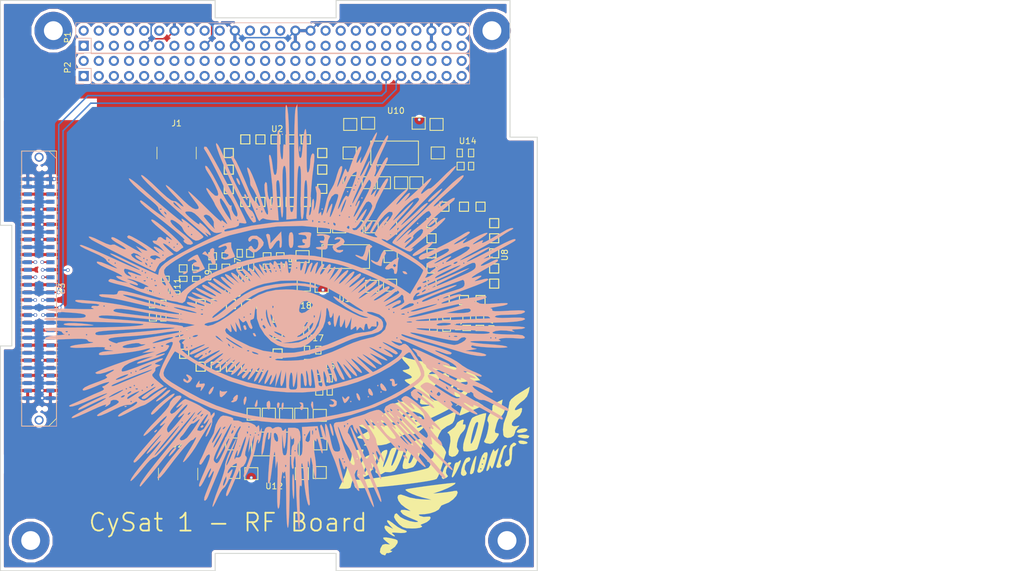
<source format=kicad_pcb>
(kicad_pcb (version 20171130) (host pcbnew 5.0.0)
  (layers (0 F.Cu signal) (1 In1.Cu signal) (2 In2.Cu signal) (31 B.Cu signal) (35 F.Paste user) (36 B.SilkS user) (37 F.SilkS user) (38 B.Mask user) (39 F.Mask user) (44 Edge.Cuts user))
  (net 0 "")
  (net 1 /GPIO0)
  (net 2 /GPIO1)
  (net 3 /GPIO2)
  (net 4 /GPIO3)
  (net 5 /RADIO_TR)
  (net 6 /RADIO_RR)
  (net 7 /GPIO4)
  (net 8 /GPIO5)
  (net 9 /GPIO6)
  (net 10 /GPIO7)
  (net 11 /GPIO8)
  (net 12 /GPIO9)
  (net 13 /GPIO10)
  (net 14 /GPIO11)
  (net 15 /GPIO12)
  (net 16 /GPIO13)
  (net 17 /RADIO_RX)
  (net 18 /RADIO_TX)
  (net 19 /12C2_SDA)
  (net 20 /I2C2_SCL)
  (net 21 /SYS_SPI_SCK)
  (net 22 /SYS_SPI_MISO)
  (net 23 /SYS_SPI_MOSI)
  (net 24 /SYS_SPI_NSS)
  (net 25 "Net-(P1-Pad27)")
  (net 26 "Net-(P1-Pad28)")
  (net 27 /SYS_RESET)
  (net 28 "Net-(P1-Pad31)")
  (net 29 /SGPIO7)
  (net 30 /SGPIO8)
  (net 31 /SGPIO9)
  (net 32 /SGPIO10)
  (net 33 /SGPIO11)
  (net 34 /SGPIO12)
  (net 35 /SGPIO13)
  (net 36 /SGPIO14)
  (net 37 /SYS_SDA)
  (net 38 "Net-(P1-Pad42)")
  (net 39 /SYS_SCL)
  (net 40 "Net-(P1-Pad44)")
  (net 41 "Net-(P1-Pad45)")
  (net 42 "Net-(P1-Pad46)")
  (net 43 /NBUFEN_PRI)
  (net 44 /NBUFEN_SEC)
  (net 45 /SGPIO5)
  (net 46 /SGPIO6)
  (net 47 /SGPIO0)
  (net 48 /SGPIO1)
  (net 49 /SGPIO2)
  (net 50 /SGPIO3)
  (net 51 /I2C3_SDA)
  (net 52 /I2C3_SCL)
  (net 53 /SGPIO4)
  (net 54 GND)
  (net 55 +5V)
  (net 56 "Net-(P2-Pad31)")
  (net 57 "Net-(P2-Pad42)")
  (net 58 "Net-(P2-Pad44)")
  (net 59 "Net-(P2-Pad45)")
  (net 60 "Net-(P2-Pad46)")
  (net 61 /SPI2_NSS)
  (net 62 /SPI2_SCK)
  (net 63 /SPI2_MISO)
  (net 64 /SPI2_MOSI)
  (net 65 "Net-(P3-Pad21)")
  (net 66 "Net-(P3-Pad22)")
  (net 67 "Net-(J1-Pad1)")
  (net 68 "Net-(J2-Pad1)")
  (net 69 "Net-(U1-Pad2)")
  (net 70 "Net-(U1-Pad7)")
  (net 71 "Net-(U10-Pad2)")
  (net 72 "Net-(U3-Pad4)")
  (net 73 "Net-(U4-Pad4)")
  (net 74 "Net-(U5-Pad2)")
  (net 75 "Net-(U6-Pad2)")
  (net 76 "Net-(U7-Pad2)")
  (net 77 "Net-(U14-Pad2)")
  (net 78 "Net-(U11-Pad4)")
  (net 79 "Net-(U10-Pad7)")
  (net 80 "Net-(U11-Pad2)")
  (net 81 "Net-(U12-Pad2)")
  (net 82 "Net-(U13-Pad2)")
  (net 83 "Net-(U15-Pad4)")
  (net 84 "Net-(U16-Pad11)")
  (net 85 "Net-(U17-Pad4)")
  (net 86 "Net-(P1-Pad8)")
  (net 87 "Net-(P1-Pad10)")
  (net 88 "Net-(P1-Pad11)")
  (net 89 "Net-(P1-Pad12)")
  (net 90 "Net-(P1-Pad13)")
  (net 91 "Net-(P1-Pad15)")
  (net 92 "Net-(P1-Pad16)")
  (net 93 "Net-(P1-Pad18)")
  (net 94 "Net-(P1-Pad19)")
  (net 95 "Net-(P1-Pad20)")
  (net 96 "Net-(P1-Pad23)")
  (net 97 "Net-(P1-Pad24)")
  (net 98 "Net-(P1-Pad33)")
  (net 99 "Net-(P1-Pad34)")
  (net 100 "Net-(P1-Pad35)")
  (net 101 "Net-(P1-Pad36)")
  (net 102 "Net-(P1-Pad37)")
  (net 103 "Net-(P1-Pad38)")
  (net 104 "Net-(P1-Pad39)")
  (net 105 "Net-(P1-Pad40)")
  (net 106 "Net-(P1-Pad41)")
  (net 107 "Net-(P1-Pad43)")
  (net 108 "Net-(P2-Pad25)")
  (net 109 "Net-(P2-Pad26)")
  (net 110 "Net-(P2-Pad27)")
  (net 111 "Net-(P2-Pad28)")
  (net 112 "Net-(P2-Pad30)")
  (net 113 "Net-(P2-Pad32)")
  (net 114 "Net-(P3-Pad5)")
  (net 115 "Net-(P3-Pad6)")
  (net 116 "Net-(P3-Pad9)")
  (net 117 "Net-(P3-Pad10)")
  (net 118 "Net-(P3-Pad13)")
  (net 119 "Net-(P3-Pad14)")
  (net 120 "Net-(P3-Pad17)")
  (net 121 "Net-(P3-Pad18)")
  (net 122 "Net-(P3-Pad26)")
  (net 123 "Net-(P3-Pad30)")
  (net 124 "Net-(P3-Pad41)")
  (net 125 "Net-(P3-Pad42)")
  (net 126 "Net-(P3-Pad45)")
  (net 127 "Net-(P3-Pad46)")
  (net 128 "Net-(P3-Pad49)")
  (net 129 "Net-(P3-Pad50)")
  (net 130 "Net-(P3-Pad53)")
  (net 131 "Net-(P3-Pad54)")
  (net 132 "Net-(P3-Pad57)")
  (net 133 "Net-(P3-Pad58)")
  (net 134 "Net-(P2-Pad49)")
  (net 135 "Net-(P2-Pad51)")
  (module Connectors_Samtec:MECF-30-01-NP-L-DV-WT_Socket (layer B.Cu) (at 87.7824 106.8832 270)
    (fp_text reference P3 (at 0 -3.81 270) (layer B.SilkS) (effects (justify mirror)))
    (fp_text value CONN_02X30)
    (pad "" thru_hole circle (at 22.1 0 270) (size 1.5 1.5) (drill 1) (layers *.Cu *.Mask))
    (pad "" thru_hole circle (at -22.1 0 270) (size 1.5 1.5) (drill 1) (layers *.Cu *.Mask))
    (pad "" np_thru_hole circle (at 20.195 -1 270) (size 0 0) (drill 1.45) (layers *.Cu *.Mask))
    (pad "" np_thru_hole circle (at -20.195 0 270) (size 0 0) (drill 1.45) (layers *.Cu *.Mask))
    (pad 60 smd rect (at 18.415 1.905 270) (size 0.66 1.35) (layers B.Cu B.Paste B.Mask) (net 54 GND))
    (pad 59 smd rect (at 18.415 -1.905 270) (size 0.66 1.35) (layers B.Cu B.Paste B.Mask) (net 54 GND))
    (pad 58 smd rect (at 17.145 1.905 270) (size 0.66 1.35) (layers B.Cu B.Paste B.Mask) (net 133 "Net-(P3-Pad58)"))
    (pad 57 smd rect (at 17.145 -1.905 270) (size 0.66 1.35) (layers B.Cu B.Paste B.Mask) (net 132 "Net-(P3-Pad57)"))
    (pad 56 smd rect (at 15.875 1.905 270) (size 0.66 1.35) (layers B.Cu B.Paste B.Mask) (net 54 GND))
    (pad 55 smd rect (at 15.875 -1.905 270) (size 0.66 1.35) (layers B.Cu B.Paste B.Mask) (net 54 GND))
    (pad 54 smd rect (at 14.605 1.905 270) (size 0.66 1.35) (layers B.Cu B.Paste B.Mask) (net 131 "Net-(P3-Pad54)"))
    (pad 53 smd rect (at 14.605 -1.905 270) (size 0.66 1.35) (layers B.Cu B.Paste B.Mask) (net 130 "Net-(P3-Pad53)"))
    (pad 52 smd rect (at 13.335 1.905 270) (size 0.66 1.35) (layers B.Cu B.Paste B.Mask) (net 54 GND))
    (pad 51 smd rect (at 13.335 -1.905 270) (size 0.66 1.35) (layers B.Cu B.Paste B.Mask) (net 54 GND))
    (pad 50 smd rect (at 12.065 1.905 270) (size 0.66 1.35) (layers B.Cu B.Paste B.Mask) (net 129 "Net-(P3-Pad50)"))
    (pad 49 smd rect (at 12.065 -1.905 270) (size 0.66 1.35) (layers B.Cu B.Paste B.Mask) (net 128 "Net-(P3-Pad49)"))
    (pad 48 smd rect (at 10.795 1.905 270) (size 0.66 1.35) (layers B.Cu B.Paste B.Mask) (net 54 GND))
    (pad 47 smd rect (at 10.795 -1.905 270) (size 0.66 1.35) (layers B.Cu B.Paste B.Mask) (net 54 GND))
    (pad 46 smd rect (at 9.525 1.905 270) (size 0.66 1.35) (layers B.Cu B.Paste B.Mask) (net 127 "Net-(P3-Pad46)"))
    (pad 45 smd rect (at 9.525 -1.905 270) (size 0.66 1.35) (layers B.Cu B.Paste B.Mask) (net 126 "Net-(P3-Pad45)"))
    (pad 44 smd rect (at 8.255 1.905 270) (size 0.66 1.35) (layers B.Cu B.Paste B.Mask) (net 54 GND))
    (pad 43 smd rect (at 8.255 -1.905 270) (size 0.66 1.35) (layers B.Cu B.Paste B.Mask) (net 54 GND))
    (pad 42 smd rect (at 6.985 1.905 270) (size 0.66 1.35) (layers B.Cu B.Paste B.Mask) (net 125 "Net-(P3-Pad42)"))
    (pad 41 smd rect (at 6.985 -1.905 270) (size 0.66 1.35) (layers B.Cu B.Paste B.Mask) (net 124 "Net-(P3-Pad41)"))
    (pad 40 smd rect (at 5.715 1.905 270) (size 0.66 1.35) (layers B.Cu B.Paste B.Mask) (net 54 GND))
    (pad 39 smd rect (at 5.715 -1.905 270) (size 0.66 1.35) (layers B.Cu B.Paste B.Mask) (net 54 GND))
    (pad 38 smd rect (at 4.445 1.905 270) (size 0.66 1.35) (layers B.Cu B.Paste B.Mask) (net 55 +5V))
    (pad 37 smd rect (at 4.445 -1.905 270) (size 0.66 1.35) (layers B.Cu B.Paste B.Mask) (net 55 +5V))
    (pad 36 smd rect (at 3.175 1.905 270) (size 0.66 1.35) (layers B.Cu B.Paste B.Mask) (net 54 GND))
    (pad 35 smd rect (at 3.175 -1.905 270) (size 0.66 1.35) (layers B.Cu B.Paste B.Mask) (net 54 GND))
    (pad 34 smd rect (at 1.905 1.905 270) (size 0.66 1.35) (layers B.Cu B.Paste B.Mask) (net 55 +5V))
    (pad 33 smd rect (at 1.905 -1.905 270) (size 0.66 1.35) (layers B.Cu B.Paste B.Mask) (net 55 +5V))
    (pad 32 smd rect (at 0.635 1.905 270) (size 0.66 1.35) (layers B.Cu B.Paste B.Mask) (net 54 GND))
    (pad 31 smd rect (at 0.635 -1.905 270) (size 0.66 1.35) (layers B.Cu B.Paste B.Mask) (net 54 GND))
    (pad 30 smd rect (at -0.635 1.905 270) (size 0.66 1.35) (layers B.Cu B.Paste B.Mask) (net 123 "Net-(P3-Pad30)"))
    (pad 29 smd rect (at -0.635 -1.905 270) (size 0.66 1.35) (layers B.Cu B.Paste B.Mask) (net 37 /SYS_SDA))
    (pad 28 smd rect (at -1.905 1.905 270) (size 0.66 1.35) (layers B.Cu B.Paste B.Mask) (net 54 GND))
    (pad 27 smd rect (at -1.905 -1.905 270) (size 0.66 1.35) (layers B.Cu B.Paste B.Mask) (net 54 GND))
    (pad 26 smd rect (at -3.175 1.905 270) (size 0.66 1.35) (layers B.Cu B.Paste B.Mask) (net 122 "Net-(P3-Pad26)"))
    (pad 25 smd rect (at -3.175 -1.905 270) (size 0.66 1.35) (layers B.Cu B.Paste B.Mask) (net 39 /SYS_SCL))
    (pad 24 smd rect (at -4.445 1.905 270) (size 0.66 1.35) (layers B.Cu B.Paste B.Mask) (net 54 GND))
    (pad 23 smd rect (at -4.445 -1.905 270) (size 0.66 1.35) (layers B.Cu B.Paste B.Mask) (net 54 GND))
    (pad 22 smd rect (at -5.715 1.905 270) (size 0.66 1.35) (layers B.Cu B.Paste B.Mask) (net 66 "Net-(P3-Pad22)"))
    (pad 21 smd rect (at -5.715 -1.905 270) (size 0.66 1.35) (layers B.Cu B.Paste B.Mask) (net 65 "Net-(P3-Pad21)"))
    (pad 20 smd rect (at -6.985 1.905 270) (size 0.66 1.35) (layers B.Cu B.Paste B.Mask) (net 54 GND))
    (pad 19 smd rect (at -6.985 -1.905 270) (size 0.66 1.35) (layers B.Cu B.Paste B.Mask) (net 54 GND))
    (pad 18 smd rect (at -8.255 1.905 270) (size 0.66 1.35) (layers B.Cu B.Paste B.Mask) (net 121 "Net-(P3-Pad18)"))
    (pad 17 smd rect (at -8.255 -1.905 270) (size 0.66 1.35) (layers B.Cu B.Paste B.Mask) (net 120 "Net-(P3-Pad17)"))
    (pad 16 smd rect (at -9.525 1.905 270) (size 0.66 1.35) (layers B.Cu B.Paste B.Mask) (net 54 GND))
    (pad 15 smd rect (at -9.525 -1.905 270) (size 0.66 1.35) (layers B.Cu B.Paste B.Mask) (net 54 GND))
    (pad 14 smd rect (at -10.795 1.905 270) (size 0.66 1.35) (layers B.Cu B.Paste B.Mask) (net 119 "Net-(P3-Pad14)"))
    (pad 13 smd rect (at -10.795 -1.905 270) (size 0.66 1.35) (layers B.Cu B.Paste B.Mask) (net 118 "Net-(P3-Pad13)"))
    (pad 12 smd rect (at -12.065 1.905 270) (size 0.66 1.35) (layers B.Cu B.Paste B.Mask) (net 54 GND))
    (pad 11 smd rect (at -12.065 -1.905 270) (size 0.66 1.35) (layers B.Cu B.Paste B.Mask) (net 54 GND))
    (pad 10 smd rect (at -13.335 1.905 270) (size 0.66 1.35) (layers B.Cu B.Paste B.Mask) (net 117 "Net-(P3-Pad10)"))
    (pad 9 smd rect (at -13.335 -1.905 270) (size 0.66 1.35) (layers B.Cu B.Paste B.Mask) (net 116 "Net-(P3-Pad9)"))
    (pad 8 smd rect (at -14.605 1.905 270) (size 0.66 1.35) (layers B.Cu B.Paste B.Mask) (net 54 GND))
    (pad 7 smd rect (at -14.605 -1.905 270) (size 0.66 1.35) (layers B.Cu B.Paste B.Mask) (net 54 GND))
    (pad 6 smd rect (at -15.875 1.905 270) (size 0.66 1.35) (layers B.Cu B.Paste B.Mask) (net 115 "Net-(P3-Pad6)"))
    (pad 5 smd rect (at -15.875 -1.905 270) (size 0.66 1.35) (layers B.Cu B.Paste B.Mask) (net 114 "Net-(P3-Pad5)"))
    (pad 4 smd rect (at -17.145 1.905 270) (size 0.66 1.35) (layers B.Cu B.Paste B.Mask) (net 54 GND))
    (pad 3 smd rect (at -17.145 -1.905 270) (size 0.66 1.35) (layers B.Cu B.Paste B.Mask) (net 54 GND))
    (pad 2 smd rect (at -18.415 1.905 270) (size 0.66 1.35) (layers B.Cu B.Paste B.Mask) (net 54 GND))
    (pad 1 smd rect (at -18.415 -1.905 270) (size 0.66 1.35) (layers B.Cu B.Paste B.Mask) (net 54 GND))
  )
  (module Project:TAMP-1512GLN+ (layer F.Cu) (at 138.938 80.264)
    (fp_text reference U10 (at 8.763 -3.302) (layer F.SilkS))
    (fp_text value TAMP_1512GLN+)
    (pad 2 smd rect (at 1 3.8) (size 2.2 2) (layers F.Cu F.Paste F.Mask) (net 71 "Net-(U10-Pad2)"))
    (pad 1 smd rect (at 1.1 8.6) (size 2.2 2) (layers F.Cu F.Paste F.Mask) (net 54 GND))
    (pad 11 smd rect (at 4.2 8.8) (size 2.2 2) (layers F.Cu F.Paste F.Mask) (net 54 GND))
    (pad 10 smd rect (at 6.75 8.8) (size 2.2 2) (layers F.Cu F.Paste F.Mask) (net 54 GND))
    (pad 9 smd rect (at 9.65 8.8) (size 2.2 2) (layers F.Cu F.Paste F.Mask) (net 54 GND))
    (pad 8 smd rect (at 12.2 8.8) (size 2.2 2) (layers F.Cu F.Paste F.Mask) (net 54 GND))
    (pad 7 smd rect (at 15.8 3.8) (size 2.2 2) (layers F.Cu F.Paste F.Mask) (net 79 "Net-(U10-Pad7)"))
    (pad 6 smd rect (at 15.578 -1) (size 2.2 2) (layers F.Cu F.Paste F.Mask) (net 54 GND))
    (pad 5 smd rect (at 12.6 -1.2) (size 2.2 2) (layers F.Cu F.Paste F.Mask) (net 55 +5V))
    (pad 4 smd rect (at 4.1 -1.2) (size 2.2 2) (layers F.Cu F.Paste F.Mask) (net 54 GND))
    (pad 3 smd rect (at 1.1 -1) (size 2.2 2) (layers F.Cu F.Paste F.Mask) (net 54 GND))
  )
  (module Project:CBP-1400E+ (layer F.Cu) (at 160.147 91.313 270)
    (fp_text reference U8 (at 9.906 -5.842 270) (layer F.SilkS))
    (fp_text value CBP-1400E+)
    (pad 1 smd rect (at 1.756 -1.784 270) (size 1.52 1.52) (layers F.Cu F.Paste F.Mask) (net 77 "Net-(U14-Pad2)"))
    (pad 2 smd rect (at 1.756 1.01 270) (size 1.52 1.52) (layers F.Cu F.Paste F.Mask) (net 54 GND))
    (pad 3 smd rect (at 1.78 4.29 270) (size 1.52 1.52) (layers F.Cu F.Paste F.Mask) (net 54 GND))
    (pad 4 smd rect (at 4.55 6.45 270) (size 1.52 1.52) (layers F.Cu F.Paste F.Mask) (net 54 GND))
    (pad 5 smd rect (at 7.09 6.45 270) (size 1.52 1.52) (layers F.Cu F.Paste F.Mask) (net 54 GND))
    (pad 6 smd rect (at 9.63 6.45 270) (size 1.52 1.52) (layers F.Cu F.Paste F.Mask) (net 54 GND))
    (pad 7 smd rect (at 12.17 6.45 270) (size 1.52 1.52) (layers F.Cu F.Paste F.Mask) (net 54 GND))
    (pad 8 smd rect (at 14.71 6.45 270) (size 1.52 1.52) (layers F.Cu F.Paste F.Mask) (net 54 GND))
    (pad 9 smd rect (at 17.48 4.29 270) (size 1.52 1.52) (layers F.Cu F.Paste F.Mask) (net 54 GND))
    (pad 10 smd rect (at 17.48 1.01 270) (size 1.52 1.52) (layers F.Cu F.Paste F.Mask) (net 54 GND))
    (pad 11 smd rect (at 17.48 -1.78 270) (size 1.52 1.52) (layers F.Cu F.Paste F.Mask) (net 73 "Net-(U4-Pad4)"))
    (pad 12 smd rect (at 14.71 -4.07 270) (size 1.52 1.52) (layers F.Cu F.Paste F.Mask) (net 54 GND))
    (pad 13 smd rect (at 12.17 -4.07 270) (size 1.52 1.52) (layers F.Cu F.Paste F.Mask) (net 54 GND))
    (pad 14 smd rect (at 9.63 -4.07 270) (size 1.52 1.52) (layers F.Cu F.Paste F.Mask) (net 54 GND))
    (pad 15 smd rect (at 7.09 -4.07 270) (size 1.52 1.52) (layers F.Cu F.Paste F.Mask) (net 54 GND))
    (pad 16 smd rect (at 4.55 -4.07 270) (size 1.52 1.52) (layers F.Cu F.Paste F.Mask) (net 54 GND))
  )
  (module Project:CSK_Header (layer F.Cu) (at 94.8944 63.35776 90)
    (fp_text reference P1 (at -1.27 -2.33 90) (layer F.SilkS))
    (fp_text value CONN_02X26)
    (pad 1 thru_hole rect (at -2.683175 0.362681 270) (size 1.7 1.7) (drill 1) (layers *.Cu *.Mask) (net 47 /SGPIO0))
    (pad 2 thru_hole oval (at -0.143175 0.362681 270) (size 1.7 1.7) (drill 1) (layers *.Cu *.Mask) (net 48 /SGPIO1))
    (pad 3 thru_hole oval (at -2.683175 2.902681 270) (size 1.7 1.7) (drill 1) (layers *.Cu *.Mask) (net 49 /SGPIO2))
    (pad 4 thru_hole oval (at -0.143175 2.902681 270) (size 1.7 1.7) (drill 1) (layers *.Cu *.Mask) (net 50 /SGPIO3))
    (pad 5 thru_hole oval (at -2.683175 5.442681 270) (size 1.7 1.7) (drill 1) (layers *.Cu *.Mask) (net 51 /I2C3_SDA))
    (pad 6 thru_hole oval (at -0.143175 5.442681 270) (size 1.7 1.7) (drill 1) (layers *.Cu *.Mask) (net 52 /I2C3_SCL))
    (pad 7 thru_hole oval (at -2.683175 7.982681 270) (size 1.7 1.7) (drill 1) (layers *.Cu *.Mask) (net 53 /SGPIO4))
    (pad 8 thru_hole oval (at -0.143175 7.982681 270) (size 1.7 1.7) (drill 1) (layers *.Cu *.Mask) (net 86 "Net-(P1-Pad8)"))
    (pad 9 thru_hole oval (at -2.683175 10.522681 270) (size 1.7 1.7) (drill 1) (layers *.Cu *.Mask) (net 54 GND))
    (pad 10 thru_hole oval (at -0.143175 10.522681 270) (size 1.7 1.7) (drill 1) (layers *.Cu *.Mask) (net 87 "Net-(P1-Pad10)"))
    (pad 11 thru_hole oval (at -2.683175 13.062681 270) (size 1.7 1.7) (drill 1) (layers *.Cu *.Mask) (net 88 "Net-(P1-Pad11)"))
    (pad 12 thru_hole oval (at -0.143175 13.062681 270) (size 1.7 1.7) (drill 1) (layers *.Cu *.Mask) (net 89 "Net-(P1-Pad12)"))
    (pad 13 thru_hole oval (at -2.683175 15.602681 270) (size 1.7 1.7) (drill 1) (layers *.Cu *.Mask) (net 90 "Net-(P1-Pad13)"))
    (pad 14 thru_hole oval (at -0.143175 15.602681 270) (size 1.7 1.7) (drill 1) (layers *.Cu *.Mask) (net 54 GND))
    (pad 15 thru_hole oval (at -2.683175 18.142681 270) (size 1.7 1.7) (drill 1) (layers *.Cu *.Mask) (net 91 "Net-(P1-Pad15)"))
    (pad 16 thru_hole oval (at -0.143175 18.142681 270) (size 1.7 1.7) (drill 1) (layers *.Cu *.Mask) (net 92 "Net-(P1-Pad16)"))
    (pad 17 thru_hole oval (at -2.683175 20.682681 270) (size 1.7 1.7) (drill 1) (layers *.Cu *.Mask) (net 54 GND))
    (pad 18 thru_hole oval (at -0.143175 20.682681 270) (size 1.7 1.7) (drill 1) (layers *.Cu *.Mask) (net 93 "Net-(P1-Pad18)"))
    (pad 19 thru_hole oval (at -2.683175 23.222681 270) (size 1.7 1.7) (drill 1) (layers *.Cu *.Mask) (net 94 "Net-(P1-Pad19)"))
    (pad 20 thru_hole oval (at -0.143175 23.222681 270) (size 1.7 1.7) (drill 1) (layers *.Cu *.Mask) (net 95 "Net-(P1-Pad20)"))
    (pad 21 thru_hole oval (at -2.683175 25.762681 270) (size 1.7 1.7) (drill 1) (layers *.Cu *.Mask) (net 54 GND))
    (pad 22 thru_hole oval (at -0.143175 25.762681 270) (size 1.7 1.7) (drill 1) (layers *.Cu *.Mask) (net 54 GND))
    (pad 23 thru_hole oval (at -2.683175 28.302681 270) (size 1.7 1.7) (drill 1) (layers *.Cu *.Mask) (net 96 "Net-(P1-Pad23)"))
    (pad 24 thru_hole oval (at -0.143175 28.302681 270) (size 1.7 1.7) (drill 1) (layers *.Cu *.Mask) (net 97 "Net-(P1-Pad24)"))
    (pad 25 thru_hole oval (at -2.683175 30.842681 270) (size 1.7 1.7) (drill 1) (layers *.Cu *.Mask) (net 55 +5V))
    (pad 26 thru_hole oval (at -0.143175 30.842681 270) (size 1.7 1.7) (drill 1) (layers *.Cu *.Mask) (net 55 +5V))
    (pad 27 thru_hole oval (at -2.683175 33.382681 270) (size 1.7 1.7) (drill 1) (layers *.Cu *.Mask) (net 25 "Net-(P1-Pad27)"))
    (pad 28 thru_hole oval (at -0.143175 33.382681 270) (size 1.7 1.7) (drill 1) (layers *.Cu *.Mask) (net 26 "Net-(P1-Pad28)"))
    (pad 29 thru_hole oval (at -2.683175 35.922681 270) (size 1.7 1.7) (drill 1) (layers *.Cu *.Mask) (net 54 GND))
    (pad 30 thru_hole oval (at -0.143175 35.922681 270) (size 1.7 1.7) (drill 1) (layers *.Cu *.Mask) (net 54 GND))
    (pad 31 thru_hole oval (at -2.683175 38.462681 270) (size 1.7 1.7) (drill 1) (layers *.Cu *.Mask) (net 28 "Net-(P1-Pad31)"))
    (pad 32 thru_hole oval (at -0.143175 38.462681 270) (size 1.7 1.7) (drill 1) (layers *.Cu *.Mask) (net 54 GND))
    (pad 33 thru_hole oval (at -2.683175 41.002681 270) (size 1.7 1.7) (drill 1) (layers *.Cu *.Mask) (net 98 "Net-(P1-Pad33)"))
    (pad 34 thru_hole oval (at -0.143175 41.002681 270) (size 1.7 1.7) (drill 1) (layers *.Cu *.Mask) (net 99 "Net-(P1-Pad34)"))
    (pad 35 thru_hole oval (at -2.683175 43.542681 270) (size 1.7 1.7) (drill 1) (layers *.Cu *.Mask) (net 100 "Net-(P1-Pad35)"))
    (pad 36 thru_hole oval (at -0.143175 43.542681 270) (size 1.7 1.7) (drill 1) (layers *.Cu *.Mask) (net 101 "Net-(P1-Pad36)"))
    (pad 37 thru_hole oval (at -2.683175 46.082681 270) (size 1.7 1.7) (drill 1) (layers *.Cu *.Mask) (net 102 "Net-(P1-Pad37)"))
    (pad 38 thru_hole oval (at -0.143175 46.082681 270) (size 1.7 1.7) (drill 1) (layers *.Cu *.Mask) (net 103 "Net-(P1-Pad38)"))
    (pad 39 thru_hole oval (at -2.683175 48.622681 270) (size 1.7 1.7) (drill 1) (layers *.Cu *.Mask) (net 104 "Net-(P1-Pad39)"))
    (pad 40 thru_hole oval (at -0.143175 48.622681 270) (size 1.7 1.7) (drill 1) (layers *.Cu *.Mask) (net 105 "Net-(P1-Pad40)"))
    (pad 41 thru_hole oval (at -2.683175 51.162681 270) (size 1.7 1.7) (drill 1) (layers *.Cu *.Mask) (net 106 "Net-(P1-Pad41)"))
    (pad 42 thru_hole oval (at -0.143175 51.162681 270) (size 1.7 1.7) (drill 1) (layers *.Cu *.Mask) (net 38 "Net-(P1-Pad42)"))
    (pad 43 thru_hole oval (at -2.683175 53.702681 270) (size 1.7 1.7) (drill 1) (layers *.Cu *.Mask) (net 107 "Net-(P1-Pad43)"))
    (pad 44 thru_hole oval (at -0.143175 53.702681 270) (size 1.7 1.7) (drill 1) (layers *.Cu *.Mask) (net 40 "Net-(P1-Pad44)"))
    (pad 45 thru_hole oval (at -2.683175 56.242681 270) (size 1.7 1.7) (drill 1) (layers *.Cu *.Mask) (net 41 "Net-(P1-Pad45)"))
    (pad 46 thru_hole oval (at -0.143175 56.242681 270) (size 1.7 1.7) (drill 1) (layers *.Cu *.Mask) (net 42 "Net-(P1-Pad46)"))
    (pad 47 thru_hole oval (at -2.683175 58.782681 270) (size 1.7 1.7) (drill 1) (layers *.Cu *.Mask) (net 54 GND))
    (pad 48 thru_hole oval (at -0.143175 58.782681 270) (size 1.7 1.7) (drill 1) (layers *.Cu *.Mask) (net 54 GND))
    (pad 49 thru_hole oval (at -2.683175 61.322681 270) (size 1.7 1.7) (drill 1) (layers *.Cu *.Mask) (net 61 /SPI2_NSS))
    (pad 50 thru_hole oval (at -0.143175 61.322681 270) (size 1.7 1.7) (drill 1) (layers *.Cu *.Mask) (net 62 /SPI2_SCK))
    (pad 51 thru_hole oval (at -2.683175 63.862681 270) (size 1.7 1.7) (drill 1) (layers *.Cu *.Mask) (net 63 /SPI2_MISO))
    (pad 52 thru_hole oval (at -0.143175 63.862681 270) (size 1.7 1.7) (drill 1) (layers *.Cu *.Mask) (net 64 /SPI2_MOSI))
  )
  (module Project:CSK_Header (layer F.Cu) (at 94.8944 68.43776 90)
    (fp_text reference P2 (at -1.27 -2.33 90) (layer F.SilkS))
    (fp_text value CONN_02X26)
    (pad 1 thru_hole rect (at -2.683175 0.362681 270) (size 1.7 1.7) (drill 1) (layers *.Cu *.Mask) (net 1 /GPIO0))
    (pad 2 thru_hole oval (at -0.143175 0.362681 270) (size 1.7 1.7) (drill 1) (layers *.Cu *.Mask) (net 2 /GPIO1))
    (pad 3 thru_hole oval (at -2.683175 2.902681 270) (size 1.7 1.7) (drill 1) (layers *.Cu *.Mask) (net 3 /GPIO2))
    (pad 4 thru_hole oval (at -0.143175 2.902681 270) (size 1.7 1.7) (drill 1) (layers *.Cu *.Mask) (net 4 /GPIO3))
    (pad 5 thru_hole oval (at -2.683175 5.442681 270) (size 1.7 1.7) (drill 1) (layers *.Cu *.Mask) (net 5 /RADIO_TR))
    (pad 6 thru_hole oval (at -0.143175 5.442681 270) (size 1.7 1.7) (drill 1) (layers *.Cu *.Mask) (net 6 /RADIO_RR))
    (pad 7 thru_hole oval (at -2.683175 7.982681 270) (size 1.7 1.7) (drill 1) (layers *.Cu *.Mask) (net 7 /GPIO4))
    (pad 8 thru_hole oval (at -0.143175 7.982681 270) (size 1.7 1.7) (drill 1) (layers *.Cu *.Mask) (net 8 /GPIO5))
    (pad 9 thru_hole oval (at -2.683175 10.522681 270) (size 1.7 1.7) (drill 1) (layers *.Cu *.Mask) (net 9 /GPIO6))
    (pad 10 thru_hole oval (at -0.143175 10.522681 270) (size 1.7 1.7) (drill 1) (layers *.Cu *.Mask) (net 10 /GPIO7))
    (pad 11 thru_hole oval (at -2.683175 13.062681 270) (size 1.7 1.7) (drill 1) (layers *.Cu *.Mask) (net 11 /GPIO8))
    (pad 12 thru_hole oval (at -0.143175 13.062681 270) (size 1.7 1.7) (drill 1) (layers *.Cu *.Mask) (net 12 /GPIO9))
    (pad 13 thru_hole oval (at -2.683175 15.602681 270) (size 1.7 1.7) (drill 1) (layers *.Cu *.Mask) (net 13 /GPIO10))
    (pad 14 thru_hole oval (at -0.143175 15.602681 270) (size 1.7 1.7) (drill 1) (layers *.Cu *.Mask) (net 14 /GPIO11))
    (pad 15 thru_hole oval (at -2.683175 18.142681 270) (size 1.7 1.7) (drill 1) (layers *.Cu *.Mask) (net 15 /GPIO12))
    (pad 16 thru_hole oval (at -0.143175 18.142681 270) (size 1.7 1.7) (drill 1) (layers *.Cu *.Mask) (net 16 /GPIO13))
    (pad 17 thru_hole oval (at -2.683175 20.682681 270) (size 1.7 1.7) (drill 1) (layers *.Cu *.Mask) (net 17 /RADIO_RX))
    (pad 18 thru_hole oval (at -0.143175 20.682681 270) (size 1.7 1.7) (drill 1) (layers *.Cu *.Mask) (net 18 /RADIO_TX))
    (pad 19 thru_hole oval (at -2.683175 23.222681 270) (size 1.7 1.7) (drill 1) (layers *.Cu *.Mask) (net 19 /12C2_SDA))
    (pad 20 thru_hole oval (at -0.143175 23.222681 270) (size 1.7 1.7) (drill 1) (layers *.Cu *.Mask) (net 20 /I2C2_SCL))
    (pad 21 thru_hole oval (at -2.683175 25.762681 270) (size 1.7 1.7) (drill 1) (layers *.Cu *.Mask) (net 21 /SYS_SPI_SCK))
    (pad 22 thru_hole oval (at -0.143175 25.762681 270) (size 1.7 1.7) (drill 1) (layers *.Cu *.Mask) (net 22 /SYS_SPI_MISO))
    (pad 23 thru_hole oval (at -2.683175 28.302681 270) (size 1.7 1.7) (drill 1) (layers *.Cu *.Mask) (net 23 /SYS_SPI_MOSI))
    (pad 24 thru_hole oval (at -0.143175 28.302681 270) (size 1.7 1.7) (drill 1) (layers *.Cu *.Mask) (net 24 /SYS_SPI_NSS))
    (pad 25 thru_hole oval (at -2.683175 30.842681 270) (size 1.7 1.7) (drill 1) (layers *.Cu *.Mask) (net 108 "Net-(P2-Pad25)"))
    (pad 26 thru_hole oval (at -0.143175 30.842681 270) (size 1.7 1.7) (drill 1) (layers *.Cu *.Mask) (net 109 "Net-(P2-Pad26)"))
    (pad 27 thru_hole oval (at -2.683175 33.382681 270) (size 1.7 1.7) (drill 1) (layers *.Cu *.Mask) (net 110 "Net-(P2-Pad27)"))
    (pad 28 thru_hole oval (at -0.143175 33.382681 270) (size 1.7 1.7) (drill 1) (layers *.Cu *.Mask) (net 111 "Net-(P2-Pad28)"))
    (pad 29 thru_hole oval (at -2.683175 35.922681 270) (size 1.7 1.7) (drill 1) (layers *.Cu *.Mask) (net 27 /SYS_RESET))
    (pad 30 thru_hole oval (at -0.143175 35.922681 270) (size 1.7 1.7) (drill 1) (layers *.Cu *.Mask) (net 112 "Net-(P2-Pad30)"))
    (pad 31 thru_hole oval (at -2.683175 38.462681 270) (size 1.7 1.7) (drill 1) (layers *.Cu *.Mask) (net 56 "Net-(P2-Pad31)"))
    (pad 32 thru_hole oval (at -0.143175 38.462681 270) (size 1.7 1.7) (drill 1) (layers *.Cu *.Mask) (net 113 "Net-(P2-Pad32)"))
    (pad 33 thru_hole oval (at -2.683175 41.002681 270) (size 1.7 1.7) (drill 1) (layers *.Cu *.Mask) (net 29 /SGPIO7))
    (pad 34 thru_hole oval (at -0.143175 41.002681 270) (size 1.7 1.7) (drill 1) (layers *.Cu *.Mask) (net 30 /SGPIO8))
    (pad 35 thru_hole oval (at -2.683175 43.542681 270) (size 1.7 1.7) (drill 1) (layers *.Cu *.Mask) (net 31 /SGPIO9))
    (pad 36 thru_hole oval (at -0.143175 43.542681 270) (size 1.7 1.7) (drill 1) (layers *.Cu *.Mask) (net 32 /SGPIO10))
    (pad 37 thru_hole oval (at -2.683175 46.082681 270) (size 1.7 1.7) (drill 1) (layers *.Cu *.Mask) (net 33 /SGPIO11))
    (pad 38 thru_hole oval (at -0.143175 46.082681 270) (size 1.7 1.7) (drill 1) (layers *.Cu *.Mask) (net 34 /SGPIO12))
    (pad 39 thru_hole oval (at -2.683175 48.622681 270) (size 1.7 1.7) (drill 1) (layers *.Cu *.Mask) (net 35 /SGPIO13))
    (pad 40 thru_hole oval (at -0.143175 48.622681 270) (size 1.7 1.7) (drill 1) (layers *.Cu *.Mask) (net 36 /SGPIO14))
    (pad 41 thru_hole oval (at -2.683175 51.162681 270) (size 1.7 1.7) (drill 1) (layers *.Cu *.Mask) (net 37 /SYS_SDA))
    (pad 42 thru_hole oval (at -0.143175 51.162681 270) (size 1.7 1.7) (drill 1) (layers *.Cu *.Mask) (net 57 "Net-(P2-Pad42)"))
    (pad 43 thru_hole oval (at -2.683175 53.702681 270) (size 1.7 1.7) (drill 1) (layers *.Cu *.Mask) (net 39 /SYS_SCL))
    (pad 44 thru_hole oval (at -0.143175 53.702681 270) (size 1.7 1.7) (drill 1) (layers *.Cu *.Mask) (net 58 "Net-(P2-Pad44)"))
    (pad 45 thru_hole oval (at -2.683175 56.242681 270) (size 1.7 1.7) (drill 1) (layers *.Cu *.Mask) (net 59 "Net-(P2-Pad45)"))
    (pad 46 thru_hole oval (at -0.143175 56.242681 270) (size 1.7 1.7) (drill 1) (layers *.Cu *.Mask) (net 60 "Net-(P2-Pad46)"))
    (pad 47 thru_hole oval (at -2.683175 58.782681 270) (size 1.7 1.7) (drill 1) (layers *.Cu *.Mask) (net 43 /NBUFEN_PRI))
    (pad 48 thru_hole oval (at -0.143175 58.782681 270) (size 1.7 1.7) (drill 1) (layers *.Cu *.Mask) (net 44 /NBUFEN_SEC))
    (pad 49 thru_hole oval (at -2.683175 61.322681 270) (size 1.7 1.7) (drill 1) (layers *.Cu *.Mask) (net 134 "Net-(P2-Pad49)"))
    (pad 50 thru_hole oval (at -0.143175 61.322681 270) (size 1.7 1.7) (drill 1) (layers *.Cu *.Mask) (net 45 /SGPIO5))
    (pad 51 thru_hole oval (at -2.683175 63.862681 270) (size 1.7 1.7) (drill 1) (layers *.Cu *.Mask) (net 135 "Net-(P2-Pad51)"))
    (pad 52 thru_hole oval (at -0.143175 63.862681 270) (size 1.7 1.7) (drill 1) (layers *.Cu *.Mask) (net 46 /SGPIO6))
  )
  (module motherboard:Hole_0.125-0.250 (layer F.Cu) (at 90.17 63.5)
    (fp_text reference REF** hide)
    (fp_text value Hole_0.125-0.250 hide)
    (pad 1 thru_hole circle (at 0 0) (size 6.35 6.35) (drill 3.175) (layers *.Cu *.Mask))
  )
  (module motherboard:Hole_0.125-0.250 (layer F.Cu) (at 163.83 63.5)
    (fp_text reference REF** hide)
    (fp_text value Hole_0.125-0.250 hide)
    (pad 1 thru_hole circle (at 0 0) (size 6.35 6.35) (drill 3.175) (layers *.Cu *.Mask))
  )
  (module motherboard:Hole_0.125-0.250 (layer F.Cu) (at 86.36 149.225)
    (fp_text reference REF** hide)
    (fp_text value Hole_0.125-0.250 hide)
    (pad 1 thru_hole circle (at 0 0) (size 6.35 6.35) (drill 3.175) (layers *.Cu *.Mask))
  )
  (module motherboard:Hole_0.125-0.250 (layer F.Cu) (at 166.37 149.225)
    (fp_text reference REF** hide)
    (fp_text value Hole_0.125-0.250 hide)
    (pad 1 thru_hole circle (at 0 0) (size 6.35 6.35) (drill 3.175) (layers *.Cu *.Mask))
  )
  (module Connectors_Samtec:MECF-30-01-NP-L-DV-WT_Socket (layer F.Cu) (at 87.757 106.8578 90)
    (fp_text reference P3 (at 0 3.81 90) (layer F.SilkS))
    (fp_text value CONN_02X30)
    (pad 1 smd rect (at -18.415 1.905 90) (size 0.66 1.35) (layers F.Cu F.Paste F.Mask) (net 54 GND))
    (pad 2 smd rect (at -18.415 -1.905 90) (size 0.66 1.35) (layers F.Cu F.Paste F.Mask) (net 54 GND))
    (pad 3 smd rect (at -17.145 1.905 90) (size 0.66 1.35) (layers F.Cu F.Paste F.Mask) (net 54 GND))
    (pad 4 smd rect (at -17.145 -1.905 90) (size 0.66 1.35) (layers F.Cu F.Paste F.Mask) (net 54 GND))
    (pad 5 smd rect (at -15.875 1.905 90) (size 0.66 1.35) (layers F.Cu F.Paste F.Mask) (net 114 "Net-(P3-Pad5)"))
    (pad 6 smd rect (at -15.875 -1.905 90) (size 0.66 1.35) (layers F.Cu F.Paste F.Mask) (net 115 "Net-(P3-Pad6)"))
    (pad 7 smd rect (at -14.605 1.905 90) (size 0.66 1.35) (layers F.Cu F.Paste F.Mask) (net 54 GND))
    (pad 8 smd rect (at -14.605 -1.905 90) (size 0.66 1.35) (layers F.Cu F.Paste F.Mask) (net 54 GND))
    (pad 9 smd rect (at -13.335 1.905 90) (size 0.66 1.35) (layers F.Cu F.Paste F.Mask) (net 116 "Net-(P3-Pad9)"))
    (pad 10 smd rect (at -13.335 -1.905 90) (size 0.66 1.35) (layers F.Cu F.Paste F.Mask) (net 117 "Net-(P3-Pad10)"))
    (pad 11 smd rect (at -12.065 1.905 90) (size 0.66 1.35) (layers F.Cu F.Paste F.Mask) (net 54 GND))
    (pad 12 smd rect (at -12.065 -1.905 90) (size 0.66 1.35) (layers F.Cu F.Paste F.Mask) (net 54 GND))
    (pad 13 smd rect (at -10.795 1.905 90) (size 0.66 1.35) (layers F.Cu F.Paste F.Mask) (net 118 "Net-(P3-Pad13)"))
    (pad 14 smd rect (at -10.795 -1.905 90) (size 0.66 1.35) (layers F.Cu F.Paste F.Mask) (net 119 "Net-(P3-Pad14)"))
    (pad 15 smd rect (at -9.525 1.905 90) (size 0.66 1.35) (layers F.Cu F.Paste F.Mask) (net 54 GND))
    (pad 16 smd rect (at -9.525 -1.905 90) (size 0.66 1.35) (layers F.Cu F.Paste F.Mask) (net 54 GND))
    (pad 17 smd rect (at -8.255 1.905 90) (size 0.66 1.35) (layers F.Cu F.Paste F.Mask) (net 120 "Net-(P3-Pad17)"))
    (pad 18 smd rect (at -8.255 -1.905 90) (size 0.66 1.35) (layers F.Cu F.Paste F.Mask) (net 121 "Net-(P3-Pad18)"))
    (pad 19 smd rect (at -6.985 1.905 90) (size 0.66 1.35) (layers F.Cu F.Paste F.Mask) (net 54 GND))
    (pad 20 smd rect (at -6.985 -1.905 90) (size 0.66 1.35) (layers F.Cu F.Paste F.Mask) (net 54 GND))
    (pad 21 smd rect (at -5.715 1.905 90) (size 0.66 1.35) (layers F.Cu F.Paste F.Mask) (net 65 "Net-(P3-Pad21)"))
    (pad 22 smd rect (at -5.715 -1.905 90) (size 0.66 1.35) (layers F.Cu F.Paste F.Mask) (net 66 "Net-(P3-Pad22)"))
    (pad 23 smd rect (at -4.445 1.905 90) (size 0.66 1.35) (layers F.Cu F.Paste F.Mask) (net 54 GND))
    (pad 24 smd rect (at -4.445 -1.905 90) (size 0.66 1.35) (layers F.Cu F.Paste F.Mask) (net 54 GND))
    (pad 25 smd rect (at -3.175 1.905 90) (size 0.66 1.35) (layers F.Cu F.Paste F.Mask) (net 39 /SYS_SCL))
    (pad 26 smd rect (at -3.175 -1.905 90) (size 0.66 1.35) (layers F.Cu F.Paste F.Mask) (net 122 "Net-(P3-Pad26)"))
    (pad 27 smd rect (at -1.905 1.905 90) (size 0.66 1.35) (layers F.Cu F.Paste F.Mask) (net 54 GND))
    (pad 28 smd rect (at -1.905 -1.905 90) (size 0.66 1.35) (layers F.Cu F.Paste F.Mask) (net 54 GND))
    (pad 29 smd rect (at -0.635 1.905 90) (size 0.66 1.35) (layers F.Cu F.Paste F.Mask) (net 37 /SYS_SDA))
    (pad 30 smd rect (at -0.635 -1.905 90) (size 0.66 1.35) (layers F.Cu F.Paste F.Mask) (net 123 "Net-(P3-Pad30)"))
    (pad 31 smd rect (at 0.635 1.905 90) (size 0.66 1.35) (layers F.Cu F.Paste F.Mask) (net 54 GND))
    (pad 32 smd rect (at 0.635 -1.905 90) (size 0.66 1.35) (layers F.Cu F.Paste F.Mask) (net 54 GND))
    (pad 33 smd rect (at 1.905 1.905 90) (size 0.66 1.35) (layers F.Cu F.Paste F.Mask) (net 55 +5V))
    (pad 34 smd rect (at 1.905 -1.905 90) (size 0.66 1.35) (layers F.Cu F.Paste F.Mask) (net 55 +5V))
    (pad 35 smd rect (at 3.175 1.905 90) (size 0.66 1.35) (layers F.Cu F.Paste F.Mask) (net 54 GND))
    (pad 36 smd rect (at 3.175 -1.905 90) (size 0.66 1.35) (layers F.Cu F.Paste F.Mask) (net 54 GND))
    (pad 37 smd rect (at 4.445 1.905 90) (size 0.66 1.35) (layers F.Cu F.Paste F.Mask) (net 55 +5V))
    (pad 38 smd rect (at 4.445 -1.905 90) (size 0.66 1.35) (layers F.Cu F.Paste F.Mask) (net 55 +5V))
    (pad 39 smd rect (at 5.715 1.905 90) (size 0.66 1.35) (layers F.Cu F.Paste F.Mask) (net 54 GND))
    (pad 40 smd rect (at 5.715 -1.905 90) (size 0.66 1.35) (layers F.Cu F.Paste F.Mask) (net 54 GND))
    (pad 41 smd rect (at 6.985 1.905 90) (size 0.66 1.35) (layers F.Cu F.Paste F.Mask) (net 124 "Net-(P3-Pad41)"))
    (pad 42 smd rect (at 6.985 -1.905 90) (size 0.66 1.35) (layers F.Cu F.Paste F.Mask) (net 125 "Net-(P3-Pad42)"))
    (pad 43 smd rect (at 8.255 1.905 90) (size 0.66 1.35) (layers F.Cu F.Paste F.Mask) (net 54 GND))
    (pad 44 smd rect (at 8.255 -1.905 90) (size 0.66 1.35) (layers F.Cu F.Paste F.Mask) (net 54 GND))
    (pad 45 smd rect (at 9.525 1.905 90) (size 0.66 1.35) (layers F.Cu F.Paste F.Mask) (net 126 "Net-(P3-Pad45)"))
    (pad 46 smd rect (at 9.525 -1.905 90) (size 0.66 1.35) (layers F.Cu F.Paste F.Mask) (net 127 "Net-(P3-Pad46)"))
    (pad 47 smd rect (at 10.795 1.905 90) (size 0.66 1.35) (layers F.Cu F.Paste F.Mask) (net 54 GND))
    (pad 48 smd rect (at 10.795 -1.905 90) (size 0.66 1.35) (layers F.Cu F.Paste F.Mask) (net 54 GND))
    (pad 49 smd rect (at 12.065 1.905 90) (size 0.66 1.35) (layers F.Cu F.Paste F.Mask) (net 128 "Net-(P3-Pad49)"))
    (pad 50 smd rect (at 12.065 -1.905 90) (size 0.66 1.35) (layers F.Cu F.Paste F.Mask) (net 129 "Net-(P3-Pad50)"))
    (pad 51 smd rect (at 13.335 1.905 90) (size 0.66 1.35) (layers F.Cu F.Paste F.Mask) (net 54 GND))
    (pad 52 smd rect (at 13.335 -1.905 90) (size 0.66 1.35) (layers F.Cu F.Paste F.Mask) (net 54 GND))
    (pad 53 smd rect (at 14.605 1.905 90) (size 0.66 1.35) (layers F.Cu F.Paste F.Mask) (net 130 "Net-(P3-Pad53)"))
    (pad 54 smd rect (at 14.605 -1.905 90) (size 0.66 1.35) (layers F.Cu F.Paste F.Mask) (net 131 "Net-(P3-Pad54)"))
    (pad 55 smd rect (at 15.875 1.905 90) (size 0.66 1.35) (layers F.Cu F.Paste F.Mask) (net 54 GND))
    (pad 56 smd rect (at 15.875 -1.905 90) (size 0.66 1.35) (layers F.Cu F.Paste F.Mask) (net 54 GND))
    (pad 57 smd rect (at 17.145 1.905 90) (size 0.66 1.35) (layers F.Cu F.Paste F.Mask) (net 132 "Net-(P3-Pad57)"))
    (pad 58 smd rect (at 17.145 -1.905 90) (size 0.66 1.35) (layers F.Cu F.Paste F.Mask) (net 133 "Net-(P3-Pad58)"))
    (pad 59 smd rect (at 18.415 1.905 90) (size 0.66 1.35) (layers F.Cu F.Paste F.Mask) (net 54 GND))
    (pad 60 smd rect (at 18.415 -1.905 90) (size 0.66 1.35) (layers F.Cu F.Paste F.Mask) (net 54 GND))
    (pad "" np_thru_hole circle (at -20.195 0 90) (size 0 0) (drill 1.45) (layers *.Cu *.Mask))
    (pad "" np_thru_hole circle (at 20.195 1 90) (size 0 0) (drill 1.45) (layers *.Cu *.Mask))
    (pad "" thru_hole circle (at -22.1 0 90) (size 1.5 1.5) (drill 1) (layers *.Cu *.Mask))
    (pad "" thru_hole circle (at 22.1 0 90) (size 1.5 1.5) (drill 1) (layers *.Cu *.Mask))
  )
  (module Connectors:SMA_SMD_Jack_Straight (layer F.Cu) (at 110.871 84.074)
    (fp_text reference J1 (at 0 -5) (layer F.SilkS))
    (fp_text value Conn_Coaxial)
    (pad 2 smd rect (at 0.85 2.38 20) (size 2 1) (layers F.Cu F.Paste F.Mask) (net 54 GND))
    (pad 2 smd rect (at -0.85 2.38 340) (size 2 1) (layers F.Cu F.Paste F.Mask) (net 54 GND))
    (pad 2 smd rect (at 0.85 -2.38 340) (size 2 1) (layers F.Cu F.Paste F.Mask) (net 54 GND))
    (pad 2 smd rect (at -0.85 -2.38 20) (size 2 1) (layers F.Cu F.Paste F.Mask) (net 54 GND))
    (pad 2 smd rect (at 1.515 1.749 50) (size 1 0.5) (layers F.Cu F.Paste F.Mask) (net 54 GND))
    (pad 2 smd rect (at -1.515 1.749 310) (size 1 0.5) (layers F.Cu F.Paste F.Mask) (net 54 GND))
    (pad 2 smd rect (at 1.515 -1.749 310) (size 1 0.5) (layers F.Cu F.Paste F.Mask) (net 54 GND))
    (pad 2 smd rect (at -1.515 -1.749 50) (size 1 0.5) (layers F.Cu F.Paste F.Mask) (net 54 GND))
    (pad 2 smd rect (at 2.6 2.38 90) (size 2.35 1.91) (layers F.Cu F.Paste F.Mask) (net 54 GND))
    (pad 2 smd rect (at 0 2.8 90) (size 1.51 7.11) (layers F.Cu F.Paste F.Mask) (net 54 GND))
    (pad 2 smd rect (at -2.6 2.38 90) (size 2.35 1.91) (layers F.Cu F.Paste F.Mask) (net 54 GND))
    (pad 2 smd rect (at 2.6 -2.38 90) (size 2.35 1.91) (layers F.Cu F.Paste F.Mask) (net 54 GND))
    (pad 1 smd circle (at 0 0 90) (size 1.73 1.73) (layers F.Cu F.Paste F.Mask) (net 67 "Net-(J1-Pad1)"))
    (pad 2 smd rect (at 0 -2.8 90) (size 1.51 7.11) (layers F.Cu F.Paste F.Mask) (net 54 GND))
    (pad 2 smd rect (at -2.6 -2.38 90) (size 2.35 1.91) (layers F.Cu F.Paste F.Mask) (net 54 GND))
  )
  (module Connectors:SMA_SMD_Jack_Straight (layer F.Cu) (at 111.125 138.049)
    (fp_text reference J2 (at 0 -5) (layer F.SilkS))
    (fp_text value Conn_Coaxial)
    (pad 2 smd rect (at 0.85 2.38 20) (size 2 1) (layers F.Cu F.Paste F.Mask) (net 54 GND))
    (pad 2 smd rect (at -0.85 2.38 340) (size 2 1) (layers F.Cu F.Paste F.Mask) (net 54 GND))
    (pad 2 smd rect (at 0.85 -2.38 340) (size 2 1) (layers F.Cu F.Paste F.Mask) (net 54 GND))
    (pad 2 smd rect (at -0.85 -2.38 20) (size 2 1) (layers F.Cu F.Paste F.Mask) (net 54 GND))
    (pad 2 smd rect (at 1.515 1.749 50) (size 1 0.5) (layers F.Cu F.Paste F.Mask) (net 54 GND))
    (pad 2 smd rect (at -1.515 1.749 310) (size 1 0.5) (layers F.Cu F.Paste F.Mask) (net 54 GND))
    (pad 2 smd rect (at 1.515 -1.749 310) (size 1 0.5) (layers F.Cu F.Paste F.Mask) (net 54 GND))
    (pad 2 smd rect (at -1.515 -1.749 50) (size 1 0.5) (layers F.Cu F.Paste F.Mask) (net 54 GND))
    (pad 2 smd rect (at 2.6 2.38 90) (size 2.35 1.91) (layers F.Cu F.Paste F.Mask) (net 54 GND))
    (pad 2 smd rect (at 0 2.8 90) (size 1.51 7.11) (layers F.Cu F.Paste F.Mask) (net 54 GND))
    (pad 2 smd rect (at -2.6 2.38 90) (size 2.35 1.91) (layers F.Cu F.Paste F.Mask) (net 54 GND))
    (pad 2 smd rect (at 2.6 -2.38 90) (size 2.35 1.91) (layers F.Cu F.Paste F.Mask) (net 54 GND))
    (pad 1 smd circle (at 0 0 90) (size 1.73 1.73) (layers F.Cu F.Paste F.Mask) (net 68 "Net-(J2-Pad1)"))
    (pad 2 smd rect (at 0 -2.8 90) (size 1.51 7.11) (layers F.Cu F.Paste F.Mask) (net 54 GND))
    (pad 2 smd rect (at -2.6 -2.38 90) (size 2.35 1.91) (layers F.Cu F.Paste F.Mask) (net 54 GND))
  )
  (module Project:TAMP-1512GLN+ (layer F.Cu) (at 147.828 105.283 180)
    (fp_text reference U1 (at 8.763 -3.302 180) (layer F.SilkS))
    (fp_text value TAMP_1512GLN+)
    (pad 2 smd rect (at 1 3.8 180) (size 2.2 2) (layers F.Cu F.Paste F.Mask) (net 69 "Net-(U1-Pad2)"))
    (pad 1 smd rect (at 1.1 8.6 180) (size 2.2 2) (layers F.Cu F.Paste F.Mask) (net 54 GND))
    (pad 11 smd rect (at 4.2 8.8 180) (size 2.2 2) (layers F.Cu F.Paste F.Mask) (net 54 GND))
    (pad 10 smd rect (at 6.75 8.8 180) (size 2.2 2) (layers F.Cu F.Paste F.Mask) (net 54 GND))
    (pad 9 smd rect (at 9.65 8.8 180) (size 2.2 2) (layers F.Cu F.Paste F.Mask) (net 54 GND))
    (pad 8 smd rect (at 12.2 8.8 180) (size 2.2 2) (layers F.Cu F.Paste F.Mask) (net 54 GND))
    (pad 7 smd rect (at 15.8 3.8 180) (size 2.2 2) (layers F.Cu F.Paste F.Mask) (net 70 "Net-(U1-Pad7)"))
    (pad 6 smd rect (at 15.578 -1 180) (size 2.2 2) (layers F.Cu F.Paste F.Mask) (net 54 GND))
    (pad 5 smd rect (at 12.6 -1.2 180) (size 2.2 2) (layers F.Cu F.Paste F.Mask) (net 55 +5V))
    (pad 4 smd rect (at 4.1 -1.2 180) (size 2.2 2) (layers F.Cu F.Paste F.Mask) (net 54 GND))
    (pad 3 smd rect (at 1.1 -1 180) (size 2.2 2) (layers F.Cu F.Paste F.Mask) (net 54 GND))
  )
  (module Project:CBP-1400E+ (layer F.Cu) (at 117.856 85.852)
    (fp_text reference U2 (at 9.906 -5.842) (layer F.SilkS))
    (fp_text value CBP-1400E+)
    (pad 1 smd rect (at 1.756 -1.784) (size 1.52 1.52) (layers F.Cu F.Paste F.Mask) (net 67 "Net-(J1-Pad1)"))
    (pad 2 smd rect (at 1.756 1.01) (size 1.52 1.52) (layers F.Cu F.Paste F.Mask) (net 54 GND))
    (pad 3 smd rect (at 1.78 4.29) (size 1.52 1.52) (layers F.Cu F.Paste F.Mask) (net 54 GND))
    (pad 4 smd rect (at 4.55 6.45) (size 1.52 1.52) (layers F.Cu F.Paste F.Mask) (net 54 GND))
    (pad 5 smd rect (at 7.09 6.45) (size 1.52 1.52) (layers F.Cu F.Paste F.Mask) (net 54 GND))
    (pad 6 smd rect (at 9.63 6.45) (size 1.52 1.52) (layers F.Cu F.Paste F.Mask) (net 54 GND))
    (pad 7 smd rect (at 12.17 6.45) (size 1.52 1.52) (layers F.Cu F.Paste F.Mask) (net 54 GND))
    (pad 8 smd rect (at 14.71 6.45) (size 1.52 1.52) (layers F.Cu F.Paste F.Mask) (net 54 GND))
    (pad 9 smd rect (at 17.48 4.29) (size 1.52 1.52) (layers F.Cu F.Paste F.Mask) (net 54 GND))
    (pad 10 smd rect (at 17.48 1.01) (size 1.52 1.52) (layers F.Cu F.Paste F.Mask) (net 54 GND))
    (pad 11 smd rect (at 17.48 -1.78) (size 1.52 1.52) (layers F.Cu F.Paste F.Mask) (net 71 "Net-(U10-Pad2)"))
    (pad 12 smd rect (at 14.71 -4.07) (size 1.52 1.52) (layers F.Cu F.Paste F.Mask) (net 54 GND))
    (pad 13 smd rect (at 12.17 -4.07) (size 1.52 1.52) (layers F.Cu F.Paste F.Mask) (net 54 GND))
    (pad 14 smd rect (at 9.63 -4.07) (size 1.52 1.52) (layers F.Cu F.Paste F.Mask) (net 54 GND))
    (pad 15 smd rect (at 7.09 -4.07) (size 1.52 1.52) (layers F.Cu F.Paste F.Mask) (net 54 GND))
    (pad 16 smd rect (at 4.55 -4.07) (size 1.52 1.52) (layers F.Cu F.Paste F.Mask) (net 54 GND))
  )
  (module Project:LAT_1+ (layer F.Cu) (at 155.575 111.252 270)
    (fp_text reference U3 (at 1.778 -2.667 270) (layer F.SilkS))
    (fp_text value LAT)
    (pad 2 smd rect (at 2.3495 1.5621 270) (size 0.889 1.2954) (layers F.Cu F.Paste F.Mask) (net 69 "Net-(U1-Pad2)"))
    (pad 1 smd rect (at 2.3495 -0.6477 270) (size 0.889 1.2954) (layers F.Cu F.Paste F.Mask) (net 54 GND))
    (pad 4 smd rect (at 0.4445 -0.6477 270) (size 0.889 1.2954) (layers F.Cu F.Paste F.Mask) (net 72 "Net-(U3-Pad4)"))
    (pad 3 smd rect (at 0.5969 1.5621 270) (size 1.1938 1.2954) (layers F.Cu F.Paste F.Mask) (net 54 GND))
  )
  (module Project:LAT_1+ (layer F.Cu) (at 161.163 111.125 270)
    (fp_text reference U4 (at 1.778 -2.667 270) (layer F.SilkS))
    (fp_text value LAT)
    (pad 2 smd rect (at 2.3495 1.5621 270) (size 0.889 1.2954) (layers F.Cu F.Paste F.Mask) (net 72 "Net-(U3-Pad4)"))
    (pad 1 smd rect (at 2.3495 -0.6477 270) (size 0.889 1.2954) (layers F.Cu F.Paste F.Mask) (net 54 GND))
    (pad 4 smd rect (at 0.4445 -0.6477 270) (size 0.889 1.2954) (layers F.Cu F.Paste F.Mask) (net 73 "Net-(U4-Pad4)"))
    (pad 3 smd rect (at 0.5969 1.5621 270) (size 1.1938 1.2954) (layers F.Cu F.Paste F.Mask) (net 54 GND))
  )
  (module Project:LAT_1+ (layer F.Cu) (at 127.635 100.838 270)
    (fp_text reference U5 (at 1.778 -2.667 270) (layer F.SilkS))
    (fp_text value LAT)
    (pad 2 smd rect (at 2.3495 1.5621 270) (size 0.889 1.2954) (layers F.Cu F.Paste F.Mask) (net 74 "Net-(U5-Pad2)"))
    (pad 1 smd rect (at 2.3495 -0.6477 270) (size 0.889 1.2954) (layers F.Cu F.Paste F.Mask) (net 54 GND))
    (pad 4 smd rect (at 0.4445 -0.6477 270) (size 0.889 1.2954) (layers F.Cu F.Paste F.Mask) (net 70 "Net-(U1-Pad7)"))
    (pad 3 smd rect (at 0.5969 1.5621 270) (size 1.1938 1.2954) (layers F.Cu F.Paste F.Mask) (net 54 GND))
  )
  (module Project:LAT_1+ (layer F.Cu) (at 123.825 102.489 180)
    (fp_text reference U6 (at 1.778 -2.667 180) (layer F.SilkS))
    (fp_text value LAT)
    (pad 2 smd rect (at 2.3495 1.5621 180) (size 0.889 1.2954) (layers F.Cu F.Paste F.Mask) (net 75 "Net-(U6-Pad2)"))
    (pad 1 smd rect (at 2.3495 -0.6477 180) (size 0.889 1.2954) (layers F.Cu F.Paste F.Mask) (net 54 GND))
    (pad 4 smd rect (at 0.4445 -0.6477 180) (size 0.889 1.2954) (layers F.Cu F.Paste F.Mask) (net 74 "Net-(U5-Pad2)"))
    (pad 3 smd rect (at 0.5969 1.5621 180) (size 1.1938 1.2954) (layers F.Cu F.Paste F.Mask) (net 54 GND))
  )
  (module Project:LAT_1+ (layer F.Cu) (at 118.491 100.838 270)
    (fp_text reference U7 (at 1.778 -2.667 270) (layer F.SilkS))
    (fp_text value LAT)
    (pad 2 smd rect (at 2.3495 1.5621 270) (size 0.889 1.2954) (layers F.Cu F.Paste F.Mask) (net 76 "Net-(U7-Pad2)"))
    (pad 1 smd rect (at 2.3495 -0.6477 270) (size 0.889 1.2954) (layers F.Cu F.Paste F.Mask) (net 54 GND))
    (pad 4 smd rect (at 0.4445 -0.6477 270) (size 0.889 1.2954) (layers F.Cu F.Paste F.Mask) (net 75 "Net-(U6-Pad2)"))
    (pad 3 smd rect (at 0.5969 1.5621 270) (size 1.1938 1.2954) (layers F.Cu F.Paste F.Mask) (net 54 GND))
  )
  (module Project:LAT_1+ (layer F.Cu) (at 113.538 102.87 270)
    (fp_text reference U9 (at 1.778 -2.667 270) (layer F.SilkS))
    (fp_text value LAT)
    (pad 2 smd rect (at 2.3495 1.5621 270) (size 0.889 1.2954) (layers F.Cu F.Paste F.Mask) (net 78 "Net-(U11-Pad4)"))
    (pad 1 smd rect (at 2.3495 -0.6477 270) (size 0.889 1.2954) (layers F.Cu F.Paste F.Mask) (net 54 GND))
    (pad 4 smd rect (at 0.4445 -0.6477 270) (size 0.889 1.2954) (layers F.Cu F.Paste F.Mask) (net 76 "Net-(U7-Pad2)"))
    (pad 3 smd rect (at 0.5969 1.5621 270) (size 1.1938 1.2954) (layers F.Cu F.Paste F.Mask) (net 54 GND))
  )
  (module Project:LAT_1+ (layer F.Cu) (at 108.331 104.775 270)
    (fp_text reference U11 (at 1.778 -2.667 270) (layer F.SilkS))
    (fp_text value LAT)
    (pad 2 smd rect (at 2.3495 1.5621 270) (size 0.889 1.2954) (layers F.Cu F.Paste F.Mask) (net 80 "Net-(U11-Pad2)"))
    (pad 1 smd rect (at 2.3495 -0.6477 270) (size 0.889 1.2954) (layers F.Cu F.Paste F.Mask) (net 54 GND))
    (pad 4 smd rect (at 0.4445 -0.6477 270) (size 0.889 1.2954) (layers F.Cu F.Paste F.Mask) (net 78 "Net-(U11-Pad4)"))
    (pad 3 smd rect (at 0.5969 1.5621 270) (size 1.1938 1.2954) (layers F.Cu F.Paste F.Mask) (net 54 GND))
  )
  (module Project:TAMP-1512GLN+ (layer F.Cu) (at 136.017 136.779 180)
    (fp_text reference U12 (at 8.763 -3.302 180) (layer F.SilkS))
    (fp_text value TAMP_1512GLN+)
    (pad 2 smd rect (at 1 3.8 180) (size 2.2 2) (layers F.Cu F.Paste F.Mask) (net 81 "Net-(U12-Pad2)"))
    (pad 1 smd rect (at 1.1 8.6 180) (size 2.2 2) (layers F.Cu F.Paste F.Mask) (net 54 GND))
    (pad 11 smd rect (at 4.2 8.8 180) (size 2.2 2) (layers F.Cu F.Paste F.Mask) (net 54 GND))
    (pad 10 smd rect (at 6.75 8.8 180) (size 2.2 2) (layers F.Cu F.Paste F.Mask) (net 54 GND))
    (pad 9 smd rect (at 9.65 8.8 180) (size 2.2 2) (layers F.Cu F.Paste F.Mask) (net 54 GND))
    (pad 8 smd rect (at 12.2 8.8 180) (size 2.2 2) (layers F.Cu F.Paste F.Mask) (net 54 GND))
    (pad 7 smd rect (at 15.8 3.8 180) (size 2.2 2) (layers F.Cu F.Paste F.Mask) (net 68 "Net-(J2-Pad1)"))
    (pad 6 smd rect (at 15.578 -1 180) (size 2.2 2) (layers F.Cu F.Paste F.Mask) (net 54 GND))
    (pad 5 smd rect (at 12.6 -1.2 180) (size 2.2 2) (layers F.Cu F.Paste F.Mask) (net 55 +5V))
    (pad 4 smd rect (at 4.1 -1.2 180) (size 2.2 2) (layers F.Cu F.Paste F.Mask) (net 54 GND))
    (pad 3 smd rect (at 1.1 -1 180) (size 2.2 2) (layers F.Cu F.Paste F.Mask) (net 54 GND))
  )
  (module Project:LAT_1+ (layer F.Cu) (at 106.299 110.109)
    (fp_text reference U13 (at 1.778 -2.667) (layer F.SilkS))
    (fp_text value LAT)
    (pad 2 smd rect (at 2.3495 1.5621) (size 0.889 1.2954) (layers F.Cu F.Paste F.Mask) (net 82 "Net-(U13-Pad2)"))
    (pad 1 smd rect (at 2.3495 -0.6477) (size 0.889 1.2954) (layers F.Cu F.Paste F.Mask) (net 54 GND))
    (pad 4 smd rect (at 0.4445 -0.6477) (size 0.889 1.2954) (layers F.Cu F.Paste F.Mask) (net 80 "Net-(U11-Pad2)"))
    (pad 3 smd rect (at 0.5969 1.5621) (size 1.1938 1.2954) (layers F.Cu F.Paste F.Mask) (net 54 GND))
  )
  (module Project:LAT_1+ (layer F.Cu) (at 157.988 84.709)
    (fp_text reference U14 (at 1.778 -2.667) (layer F.SilkS))
    (fp_text value LAT)
    (pad 2 smd rect (at 2.3495 1.5621) (size 0.889 1.2954) (layers F.Cu F.Paste F.Mask) (net 77 "Net-(U14-Pad2)"))
    (pad 1 smd rect (at 2.3495 -0.6477) (size 0.889 1.2954) (layers F.Cu F.Paste F.Mask) (net 54 GND))
    (pad 4 smd rect (at 0.4445 -0.6477) (size 0.889 1.2954) (layers F.Cu F.Paste F.Mask) (net 79 "Net-(U10-Pad7)"))
    (pad 3 smd rect (at 0.5969 1.5621) (size 1.1938 1.2954) (layers F.Cu F.Paste F.Mask) (net 54 GND))
  )
  (module Project:LAT_1+ (layer F.Cu) (at 134.239 122.555)
    (fp_text reference U15 (at 1.778 -2.667) (layer F.SilkS))
    (fp_text value LAT)
    (pad 2 smd rect (at 2.3495 1.5621) (size 0.889 1.2954) (layers F.Cu F.Paste F.Mask) (net 81 "Net-(U12-Pad2)"))
    (pad 1 smd rect (at 2.3495 -0.6477) (size 0.889 1.2954) (layers F.Cu F.Paste F.Mask) (net 54 GND))
    (pad 4 smd rect (at 0.4445 -0.6477) (size 0.889 1.2954) (layers F.Cu F.Paste F.Mask) (net 83 "Net-(U15-Pad4)"))
    (pad 3 smd rect (at 0.5969 1.5621) (size 1.1938 1.2954) (layers F.Cu F.Paste F.Mask) (net 54 GND))
  )
  (module Project:CBP-1400E+ (layer F.Cu) (at 110.363 113.538)
    (fp_text reference U16 (at 9.906 -5.842) (layer F.SilkS))
    (fp_text value CBP-1400E+)
    (pad 1 smd rect (at 1.756 -1.784) (size 1.52 1.52) (layers F.Cu F.Paste F.Mask) (net 82 "Net-(U13-Pad2)"))
    (pad 2 smd rect (at 1.756 1.01) (size 1.52 1.52) (layers F.Cu F.Paste F.Mask) (net 54 GND))
    (pad 3 smd rect (at 1.78 4.29) (size 1.52 1.52) (layers F.Cu F.Paste F.Mask) (net 54 GND))
    (pad 4 smd rect (at 4.55 6.45) (size 1.52 1.52) (layers F.Cu F.Paste F.Mask) (net 54 GND))
    (pad 5 smd rect (at 7.09 6.45) (size 1.52 1.52) (layers F.Cu F.Paste F.Mask) (net 54 GND))
    (pad 6 smd rect (at 9.63 6.45) (size 1.52 1.52) (layers F.Cu F.Paste F.Mask) (net 54 GND))
    (pad 7 smd rect (at 12.17 6.45) (size 1.52 1.52) (layers F.Cu F.Paste F.Mask) (net 54 GND))
    (pad 8 smd rect (at 14.71 6.45) (size 1.52 1.52) (layers F.Cu F.Paste F.Mask) (net 54 GND))
    (pad 9 smd rect (at 17.48 4.29) (size 1.52 1.52) (layers F.Cu F.Paste F.Mask) (net 54 GND))
    (pad 10 smd rect (at 17.48 1.01) (size 1.52 1.52) (layers F.Cu F.Paste F.Mask) (net 54 GND))
    (pad 11 smd rect (at 17.48 -1.78) (size 1.52 1.52) (layers F.Cu F.Paste F.Mask) (net 84 "Net-(U16-Pad11)"))
    (pad 12 smd rect (at 14.71 -4.07) (size 1.52 1.52) (layers F.Cu F.Paste F.Mask) (net 54 GND))
    (pad 13 smd rect (at 12.17 -4.07) (size 1.52 1.52) (layers F.Cu F.Paste F.Mask) (net 54 GND))
    (pad 14 smd rect (at 9.63 -4.07) (size 1.52 1.52) (layers F.Cu F.Paste F.Mask) (net 54 GND))
    (pad 15 smd rect (at 7.09 -4.07) (size 1.52 1.52) (layers F.Cu F.Paste F.Mask) (net 54 GND))
    (pad 16 smd rect (at 4.55 -4.07) (size 1.52 1.52) (layers F.Cu F.Paste F.Mask) (net 54 GND))
  )
  (module Project:LAT_1+ (layer F.Cu) (at 132.334 117.856)
    (fp_text reference U17 (at 1.778 -2.667) (layer F.SilkS))
    (fp_text value LAT)
    (pad 2 smd rect (at 2.3495 1.5621) (size 0.889 1.2954) (layers F.Cu F.Paste F.Mask) (net 83 "Net-(U15-Pad4)"))
    (pad 1 smd rect (at 2.3495 -0.6477) (size 0.889 1.2954) (layers F.Cu F.Paste F.Mask) (net 54 GND))
    (pad 4 smd rect (at 0.4445 -0.6477) (size 0.889 1.2954) (layers F.Cu F.Paste F.Mask) (net 85 "Net-(U17-Pad4)"))
    (pad 3 smd rect (at 0.5969 1.5621) (size 1.1938 1.2954) (layers F.Cu F.Paste F.Mask) (net 54 GND))
  )
  (module Project:LAT_1+ (layer F.Cu) (at 130.302 112.395)
    (fp_text reference U18 (at 1.778 -2.667) (layer F.SilkS))
    (fp_text value LAT)
    (pad 2 smd rect (at 2.3495 1.5621) (size 0.889 1.2954) (layers F.Cu F.Paste F.Mask) (net 85 "Net-(U17-Pad4)"))
    (pad 1 smd rect (at 2.3495 -0.6477) (size 0.889 1.2954) (layers F.Cu F.Paste F.Mask) (net 54 GND))
    (pad 4 smd rect (at 0.4445 -0.6477) (size 0.889 1.2954) (layers F.Cu F.Paste F.Mask) (net 84 "Net-(U16-Pad11)"))
    (pad 3 smd rect (at 0.5969 1.5621) (size 1.1938 1.2954) (layers F.Cu F.Paste F.Mask) (net 54 GND))
  )
  (module breakoutBoard:Cysized (layer F.Cu) (at 153.543 134.366)
    (fp_text reference G*** hide)
    (fp_text value LOGO hide)
  )
  (module Radiometer-RF-Board:eye (layer B.Cu) (at 129.032 111.8108 180)
    (fp_text reference G*** hide)
    (fp_text value LOGO hide)
  )
  (gr_text "CySat 1 - RF Board" (at 119.507 146.177) (layer F.SilkS) (effects (font (size 3 3) (thickness 0.3))))
  (gr_line (start 137.668 154.305) (end 171.45 154.305) (angle 90) (layer Edge.Cuts) (width 0.15))
  (gr_line (start 81.28 154.305) (end 117.348 154.305) (angle 90) (layer Edge.Cuts) (width 0.15))
  (gr_line (start 81.28 116.5098) (end 81.28 154.305) (angle 90) (layer Edge.Cuts) (width 0.15))
  (gr_line (start 81.28 58.42) (end 81.28 96.2152) (angle 90) (layer Edge.Cuts) (width 0.15))
  (gr_line (start 137.668 58.42) (end 166.878 58.42) (angle 90) (layer Edge.Cuts) (width 0.15))
  (gr_line (start 81.28 58.42) (end 117.348 58.42) (angle 90) (layer Edge.Cuts) (width 0.15))
  (gr_line (start 171.45 81.407) (end 171.45 154.305) (angle 90) (layer Edge.Cuts) (width 0.15))
  (gr_line (start 83.185 116.5098) (end 81.28 116.5098) (angle 90) (layer Edge.Cuts) (width 0.15))
  (gr_line (start 83.185 96.2152) (end 83.185 116.5098) (angle 90) (layer Edge.Cuts) (width 0.15))
  (gr_line (start 81.28 96.2152) (end 83.185 96.2152) (angle 90) (layer Edge.Cuts) (width 0.15))
  (gr_line (start 137.668 151.384) (end 137.668 154.305) (angle 90) (layer Edge.Cuts) (width 0.15))
  (gr_line (start 117.348 151.384) (end 137.668 151.384) (angle 90) (layer Edge.Cuts) (width 0.15))
  (gr_line (start 117.348 154.305) (end 117.348 151.384) (angle 90) (layer Edge.Cuts) (width 0.15))
  (gr_line (start 166.878 81.407) (end 171.45 81.407) (angle 90) (layer Edge.Cuts) (width 0.15))
  (gr_line (start 166.878 58.42) (end 166.878 81.407) (angle 90) (layer Edge.Cuts) (width 0.15))
  (gr_line (start 137.668 61.341) (end 137.668 58.42) (angle 90) (layer Edge.Cuts) (width 0.15))
  (gr_line (start 117.348 61.341) (end 137.668 61.341) (angle 90) (layer Edge.Cuts) (width 0.15))
  (gr_line (start 117.348 58.42) (end 117.348 61.341) (angle 90) (layer Edge.Cuts) (width 0.15))
  (via (at 88.3666 103.7082) (size 0.6) (drill 0.4) (layers F.Cu B.Cu) (net 39))
  (via (at 92.6084 103.759) (size 0.6) (drill 0.4) (layers F.Cu B.Cu) (net 39))
  (via (at 88.4428 111.3028) (size 0.6) (drill 0.4) (layers F.Cu B.Cu) (net 55))
  (via (at 87.1474 111.3028) (size 0.6) (drill 0.4) (layers F.Cu B.Cu) (net 55))
  (via (at 87.122 108.7882) (size 0.6) (drill 0.4) (layers F.Cu B.Cu) (net 55))
  (via (at 88.392 108.7882) (size 0.6) (drill 0.4) (layers F.Cu B.Cu) (net 55))
  (via (at 91.2114 110.0582) (size 0.6) (drill 0.4) (layers F.Cu B.Cu) (net 39))
  (via (at 91.0336 107.4928) (size 0.6) (drill 0.4) (layers F.Cu B.Cu) (net 37))
  (segment (start 89.662 107.4928) (end 91.0336 107.4928) (width 0.25) (layer F.Cu) (net 37))
  (segment (start 91.0336 107.4928) (end 91.0336 107.068536) (width 0.25) (layer B.Cu) (net 37))
  (segment (start 91.074401 79.308799) (end 95.9612 74.422) (width 0.25) (layer B.Cu) (net 37))
  (segment (start 91.0336 107.068536) (end 91.074401 107.027735) (width 0.25) (layer B.Cu) (net 37))
  (segment (start 146.057081 73.703719) (end 146.057081 71.120935) (width 0.25) (layer B.Cu) (net 37))
  (segment (start 95.9612 74.422) (end 145.3388 74.422) (width 0.25) (layer B.Cu) (net 37))
  (segment (start 145.3388 74.422) (end 146.057081 73.703719) (width 0.25) (layer B.Cu) (net 37))
  (segment (start 90.998201 106.2482) (end 89.6874 106.2482) (width 0.25) (layer B.Cu) (net 37))
  (segment (start 91.074401 106.3244) (end 90.998201 106.2482) (width 0.25) (layer B.Cu) (net 37))
  (segment (start 91.074401 106.3244) (end 91.074401 79.308799) (width 0.25) (layer B.Cu) (net 37))
  (segment (start 91.074401 107.027735) (end 91.074401 106.3244) (width 0.25) (layer B.Cu) (net 37))
  (segment (start 147.747082 71.970934) (end 147.747082 73.385318) (width 0.25) (layer B.Cu) (net 39))
  (segment (start 148.597081 71.120935) (end 147.747082 71.970934) (width 0.25) (layer B.Cu) (net 39))
  (segment (start 147.747082 73.385318) (end 145.4404 75.692) (width 0.25) (layer B.Cu) (net 39))
  (segment (start 145.4404 75.692) (end 96.4438 75.692) (width 0.25) (layer B.Cu) (net 39))
  (segment (start 96.4438 75.692) (end 91.7956 80.3402) (width 0.25) (layer B.Cu) (net 39))
  (segment (start 91.7956 109.3724) (end 91.1098 110.0582) (width 0.25) (layer B.Cu) (net 39))
  (segment (start 91.186 110.0328) (end 91.2114 110.0582) (width 0.25) (layer F.Cu) (net 39))
  (segment (start 89.662 110.0328) (end 91.186 110.0328) (width 0.25) (layer F.Cu) (net 39))
  (segment (start 89.6874 103.7082) (end 88.3666 103.7082) (width 0.25) (layer B.Cu) (net 39))
  (segment (start 92.6084 103.759) (end 91.7956 103.759) (width 0.25) (layer B.Cu) (net 39))
  (segment (start 91.7956 80.3402) (end 91.7956 103.759) (width 0.25) (layer B.Cu) (net 39))
  (segment (start 91.7956 103.759) (end 91.7956 109.3724) (width 0.25) (layer B.Cu) (net 39))
  (via (at 88.3158 118.9228) (size 0.6) (drill 0.4) (layers F.Cu B.Cu) (net 54))
  (via (at 88.3412 121.4628) (size 0.6) (drill 0.4) (layers F.Cu B.Cu) (net 54))
  (via (at 88.265 98.6028) (size 0.6) (drill 0.4) (layers F.Cu B.Cu) (net 54))
  (via (at 88.1634 93.5228) (size 0.6) (drill 0.4) (layers F.Cu B.Cu) (net 54))
  (via (at 90.3224 88.4428) (size 0.6) (drill 0.4) (layers F.Cu B.Cu) (net 54))
  (via (at 87.1474 104.9528) (size 0.6) (drill 0.4) (layers F.Cu B.Cu) (net 55))
  (via (at 87.1474 102.4128) (size 0.6) (drill 0.4) (layers F.Cu B.Cu) (net 55))
  (via (at 88.2904 102.4128) (size 0.6) (drill 0.4) (layers F.Cu B.Cu) (net 55))
  (via (at 88.4174 104.9528) (size 0.6) (drill 0.4) (layers F.Cu B.Cu) (net 55))
  (via (at 123.4186 138.6586) (size 0.6) (drill 0.4) (layers F.Cu B.Cu) (net 55))
  (via (at 135.4582 107.0864) (size 0.6) (drill 0.4) (layers F.Cu B.Cu) (net 55))
  (via (at 151.638 78.4606) (size 0.6) (drill 0.4) (layers F.Cu B.Cu) (net 55))
  (segment (start 110.275 135.669) (end 110.241 135.669) (width 0.25) (layer F.Cu) (net 54))
  (segment (start 110.241 135.669) (end 109.61 136.3) (width 0.25) (layer F.Cu) (net 54))
  (segment (start 109.61 136.3) (end 109.61 139.798) (width 0.25) (layer F.Cu) (net 54))
  (segment (start 109.61 139.798) (end 110.275 140.429) (width 0.25) (layer F.Cu) (net 54))
  (segment (start 110.021 81.694) (end 109.987 81.694) (width 0.25) (layer F.Cu) (net 54))
  (segment (start 109.987 81.694) (end 109.356 82.325) (width 0.25) (layer F.Cu) (net 54))
  (segment (start 109.356 82.325) (end 109.356 85.823) (width 0.25) (layer F.Cu) (net 54))
  (segment (start 109.356 85.823) (end 110.021 86.454) (width 0.25) (layer F.Cu) (net 54))
  (segment (start 134.8359 124.1171) (end 134.8359 128.0979) (width 0.25) (layer F.Cu) (net 54))
  (segment (start 134.8359 128.0979) (end 134.917 128.179) (width 0.25) (layer F.Cu) (net 54))
  (segment (start 112.143 117.828) (end 112.119 117.804) (width 0.25) (layer F.Cu) (net 54))
  (segment (start 132.6515 111.7473) (end 132.25 111.3458) (width 0.25) (layer F.Cu) (net 54))
  (segment (start 143.828 96.683) (end 143.628 96.483) (width 0.25) (layer F.Cu) (net 54))
  (segment (start 143.828 96.683) (end 143.628 96.483) (width 0.25) (layer F.Cu) (net 54))
  (segment (start 142.938 88.864) (end 143.138 89.064) (width 0.25) (layer F.Cu) (net 54))
  (segment (start 119.612 90.118) (end 119.634 90.14) (width 0.25) (layer F.Cu) (net 54))
  (segment (start 132.566 92.302) (end 132.593 92.329) (width 0.25) (layer F.Cu) (net 54))
  (via (at 88.265 96.0882) (size 0.6) (drill 0.4) (layers F.Cu B.Cu) (net 54))
  (via (at 88.2904 125.2728) (size 0.6) (drill 0.4) (layers F.Cu B.Cu) (net 54))
  (via (at 88.2904 124.0028) (size 0.6) (drill 0.4) (layers F.Cu B.Cu) (net 54))
  (segment (start 119.48208 62.325934) (end 117.062934 62.325934) (width 0.25) (layer B.Cu) (net 54))
  (segment (start 120.657081 63.500935) (end 119.48208 62.325934) (width 0.25) (layer B.Cu) (net 54))
  (segment (start 133.357081 63.500935) (end 134.831216 62.0268) (width 0.25) (layer B.Cu) (net 54))
  (segment (start 134.831216 62.0268) (end 137.3378 62.0268) (width 0.25) (layer B.Cu) (net 54))
  (segment (start 116.94208 62.20508) (end 116.9416 62.2046) (width 0.25) (layer B.Cu) (net 54))
  (segment (start 116.94208 64.675936) (end 116.94208 62.20508) (width 0.25) (layer B.Cu) (net 54))
  (segment (start 115.577081 66.040935) (end 116.94208 64.675936) (width 0.25) (layer B.Cu) (net 54))
  (segment (start 117.062934 62.325934) (end 116.9416 62.2046) (width 0.25) (layer B.Cu) (net 54))
  (segment (start 116.9416 62.2046) (end 116.0526 61.3156) (width 0.25) (layer B.Cu) (net 54))
  (segment (start 106.592082 64.865934) (end 106.592082 61.454318) (width 0.25) (layer B.Cu) (net 54))
  (segment (start 105.417081 66.040935) (end 106.592082 64.865934) (width 0.25) (layer B.Cu) (net 54))
  (segment (start 133.357081 63.500935) (end 134.831216 62.0268) (width 0.25) (layer F.Cu) (net 54))
  (segment (start 134.831216 62.0268) (end 137.0076 62.0268) (width 0.25) (layer F.Cu) (net 54))
  (segment (start 116.752082 64.865934) (end 116.752082 62.345282) (width 0.25) (layer F.Cu) (net 54))
  (segment (start 115.577081 66.040935) (end 116.752082 64.865934) (width 0.25) (layer F.Cu) (net 54))
  (segment (start 119.807082 62.650936) (end 120.657081 63.500935) (width 0.25) (layer F.Cu) (net 54))
  (segment (start 119.48208 62.325934) (end 119.807082 62.650936) (width 0.25) (layer F.Cu) (net 54))
  (segment (start 116.77143 62.325934) (end 119.48208 62.325934) (width 0.25) (layer F.Cu) (net 54))
  (segment (start 116.752082 62.345282) (end 116.77143 62.325934) (width 0.25) (layer F.Cu) (net 54))
  (segment (start 109.132082 64.865934) (end 109.647082 64.350934) (width 0.25) (layer F.Cu) (net 54))
  (segment (start 106.592082 64.865934) (end 109.132082 64.865934) (width 0.25) (layer F.Cu) (net 54))
  (segment (start 109.647082 64.350934) (end 110.497081 63.500935) (width 0.25) (layer F.Cu) (net 54))
  (segment (start 105.417081 66.040935) (end 106.592082 64.865934) (width 0.25) (layer F.Cu) (net 54))
  (segment (start 121.50708 64.350934) (end 120.657081 63.500935) (width 0.25) (layer B.Cu) (net 54))
  (segment (start 121.832082 64.675936) (end 121.50708 64.350934) (width 0.25) (layer B.Cu) (net 54))
  (segment (start 129.64208 64.675936) (end 121.832082 64.675936) (width 0.25) (layer B.Cu) (net 54))
  (segment (start 130.817081 63.500935) (end 129.64208 64.675936) (width 0.25) (layer B.Cu) (net 54))
  (segment (start 110.871 86.874) (end 110.871 87.879) (width 0.25) (layer F.Cu) (net 54))
  (segment (start 110.871 87.879) (end 110.871 88.4936) (width 0.25) (layer F.Cu) (net 54))
  (segment (start 114.676 86.454) (end 114.8868 86.6648) (width 0.25) (layer F.Cu) (net 54))
  (segment (start 113.471 86.454) (end 114.676 86.454) (width 0.25) (layer F.Cu) (net 54))
  (segment (start 114.8868 86.6648) (end 115.9002 86.6648) (width 0.25) (layer F.Cu) (net 54))
  (segment (start 114.676 81.694) (end 114.8614 81.5086) (width 0.25) (layer F.Cu) (net 54))
  (segment (start 113.471 81.694) (end 114.676 81.694) (width 0.25) (layer F.Cu) (net 54))
  (segment (start 114.8614 81.5086) (end 115.4684 81.5086) (width 0.25) (layer F.Cu) (net 54))
  (segment (start 110.871 81.274) (end 110.871 80.269) (width 0.25) (layer F.Cu) (net 54))
  (segment (start 110.871 80.269) (end 110.871 79.4512) (width 0.25) (layer F.Cu) (net 54))
  (segment (start 107.066 86.454) (end 106.9314 86.5886) (width 0.25) (layer F.Cu) (net 54))
  (segment (start 108.271 86.454) (end 107.066 86.454) (width 0.25) (layer F.Cu) (net 54))
  (segment (start 106.9314 86.5886) (end 106.426 86.5886) (width 0.25) (layer F.Cu) (net 54))
  (segment (start 107.066 81.694) (end 106.9314 81.5594) (width 0.25) (layer F.Cu) (net 54))
  (segment (start 108.271 81.694) (end 107.066 81.694) (width 0.25) (layer F.Cu) (net 54))
  (segment (start 106.9314 81.5594) (end 106.5276 81.5594) (width 0.25) (layer F.Cu) (net 54))
  (segment (start 111.545 135.669) (end 115.2322 135.669) (width 0.25) (layer F.Cu) (net 54))
  (segment (start 111.125 135.249) (end 111.545 135.669) (width 0.25) (layer F.Cu) (net 54))
  (segment (start 115.2322 135.669) (end 115.5192 135.382) (width 0.25) (layer F.Cu) (net 54))
  (segment (start 110.275 135.669) (end 111.1758 134.7682) (width 0.25) (layer F.Cu) (net 54))
  (segment (start 111.1758 134.7682) (end 111.1758 133.5786) (width 0.25) (layer F.Cu) (net 54))
  (segment (start 107.32 135.669) (end 107.0076 135.3566) (width 0.25) (layer F.Cu) (net 54))
  (segment (start 108.525 135.669) (end 107.32 135.669) (width 0.25) (layer F.Cu) (net 54))
  (segment (start 107.0076 135.3566) (end 106.8832 135.3566) (width 0.25) (layer F.Cu) (net 54))
  (segment (start 110.705 140.429) (end 106.3066 140.429) (width 0.25) (layer F.Cu) (net 54))
  (segment (start 111.125 140.849) (end 110.705 140.429) (width 0.25) (layer F.Cu) (net 54))
  (segment (start 111.125 141.854) (end 111.0234 141.9556) (width 0.25) (layer F.Cu) (net 54))
  (segment (start 111.125 140.849) (end 111.125 141.854) (width 0.25) (layer F.Cu) (net 54))
  (segment (start 111.0234 141.9556) (end 111.0234 142.3924) (width 0.25) (layer F.Cu) (net 54))
  (segment (start 111.545 140.429) (end 115.41 140.429) (width 0.25) (layer F.Cu) (net 54))
  (segment (start 111.125 140.849) (end 111.545 140.429) (width 0.25) (layer F.Cu) (net 54))
  (segment (start 115.41 140.429) (end 115.697 140.716) (width 0.25) (layer F.Cu) (net 54))
  (segment (start 88.1634 93.5228) (end 89.662 93.5228) (width 0.25) (layer F.Cu) (net 54))
  (segment (start 89.662 90.9828) (end 89.112009 90.9828) (width 0.25) (layer F.Cu) (net 54))
  (segment (start 89.6366 96.0882) (end 89.662 96.0628) (width 0.25) (layer F.Cu) (net 54))
  (segment (start 88.265 96.0882) (end 89.6366 96.0882) (width 0.25) (layer F.Cu) (net 54))
  (segment (start 88.265 98.6028) (end 89.662 98.6028) (width 0.25) (layer F.Cu) (net 54))
  (segment (start 88.3158 118.9228) (end 89.662 118.9228) (width 0.25) (layer F.Cu) (net 54))
  (segment (start 88.3412 121.4628) (end 89.662 121.4628) (width 0.25) (layer F.Cu) (net 54))
  (segment (start 125.737081 71.120935) (end 126.238935 71.120935) (width 0.25) (layer B.Cu) (net 108))
  (segment (start 88.2904 102.4128) (end 89.662 102.4128) (width 0.25) (layer F.Cu) (net 55))
  (segment (start 87.1474 102.4128) (end 85.852 102.4128) (width 0.25) (layer F.Cu) (net 55))
  (segment (start 87.1474 104.9528) (end 85.852 104.9528) (width 0.25) (layer F.Cu) (net 55))
  (segment (start 88.4174 104.9528) (end 89.662 104.9528) (width 0.25) (layer F.Cu) (net 55))
  (segment (start 89.323809 108.7882) (end 89.137409 108.7882) (width 0.25) (layer B.Cu) (net 55))
  (segment (start 89.6874 108.7882) (end 89.323809 108.7882) (width 0.25) (layer B.Cu) (net 55))
  (segment (start 88.392 108.7882) (end 89.6874 108.7882) (width 0.25) (layer B.Cu) (net 55))
  (segment (start 87.122 108.7882) (end 85.8774 108.7882) (width 0.25) (layer B.Cu) (net 55))
  (segment (start 85.9028 111.3028) (end 85.8774 111.3282) (width 0.25) (layer B.Cu) (net 55))
  (segment (start 87.1474 111.3028) (end 85.9028 111.3028) (width 0.25) (layer B.Cu) (net 55))
  (segment (start 89.662 111.3028) (end 89.6874 111.3282) (width 0.25) (layer B.Cu) (net 55))
  (segment (start 88.4428 111.3028) (end 89.662 111.3028) (width 0.25) (layer B.Cu) (net 55))
  (segment (start 110.871 84.074) (end 119.606 84.074) (width 1.54) (layer F.Cu) (net 67))
  (segment (start 119.606 84.074) (end 119.612 84.068) (width 1.54) (layer F.Cu) (net 67))
  (segment (start 120.217 132.979) (end 118.608 132.979) (width 1.54) (layer F.Cu) (net 68))
  (segment (start 116.84 138.049) (end 111.125 138.049) (width 1.54) (layer F.Cu) (net 68))
  (segment (start 117.602 137.287) (end 116.84 138.049) (width 1.54) (layer F.Cu) (net 68))
  (segment (start 117.602 133.985) (end 117.602 137.287) (width 1.54) (layer F.Cu) (net 68))
  (segment (start 118.608 132.979) (end 117.602 133.985) (width 1.54) (layer F.Cu) (net 68))
  (segment (start 154.0129 113.6015) (end 151.8285 113.6015) (width 1.54) (layer F.Cu) (net 69))
  (segment (start 150.241 104.896) (end 146.828 101.483) (width 1.54) (layer F.Cu) (net 69))
  (segment (start 150.241 112.014) (end 150.241 104.896) (width 1.54) (layer F.Cu) (net 69))
  (segment (start 151.8285 113.6015) (end 150.241 112.014) (width 1.54) (layer F.Cu) (net 69))
  (segment (start 132.028 101.483) (end 128.4832 101.483) (width 1.54) (layer F.Cu) (net 70))
  (segment (start 128.4832 101.483) (end 128.2827 101.2825) (width 1.54) (layer F.Cu) (net 70))
  (segment (start 135.336 84.072) (end 139.93 84.072) (width 1.54) (layer F.Cu) (net 71))
  (segment (start 139.93 84.072) (end 139.938 84.064) (width 1.54) (layer F.Cu) (net 71))
  (segment (start 159.6009 113.4745) (end 158.6865 113.4745) (width 1.54) (layer F.Cu) (net 72))
  (segment (start 156.9085 111.6965) (end 156.2227 111.6965) (width 1.54) (layer F.Cu) (net 72))
  (segment (start 158.6865 113.4745) (end 156.9085 111.6965) (width 1.54) (layer F.Cu) (net 72))
  (segment (start 161.927 108.793) (end 161.927 111.4532) (width 1.54) (layer F.Cu) (net 73))
  (segment (start 161.927 111.4532) (end 161.8107 111.5695) (width 1.54) (layer F.Cu) (net 73))
  (segment (start 126.0729 103.1875) (end 123.4313 103.1875) (width 1.54) (layer F.Cu) (net 74))
  (segment (start 123.4313 103.1875) (end 123.3805 103.1367) (width 1.54) (layer F.Cu) (net 74))
  (segment (start 121.4755 100.9269) (end 119.4943 100.9269) (width 1.54) (layer F.Cu) (net 75))
  (segment (start 119.4943 100.9269) (end 119.1387 101.2825) (width 1.54) (layer F.Cu) (net 75))
  (segment (start 116.9289 103.1875) (end 114.3127 103.1875) (width 1.54) (layer F.Cu) (net 76))
  (segment (start 114.3127 103.1875) (end 114.1857 103.3145) (width 1.54) (layer F.Cu) (net 76))
  (segment (start 160.3375 86.2711) (end 160.3375 88.5825) (width 1.54) (layer F.Cu) (net 77))
  (segment (start 161.931 90.176) (end 161.931 93.069) (width 1.54) (layer F.Cu) (net 77))
  (segment (start 160.3375 88.5825) (end 161.931 90.176) (width 1.54) (layer F.Cu) (net 77))
  (segment (start 111.9759 105.2195) (end 108.9787 105.2195) (width 1.54) (layer F.Cu) (net 78))
  (segment (start 154.738 84.064) (end 158.4298 84.064) (width 1.54) (layer F.Cu) (net 79))
  (segment (start 158.4298 84.064) (end 158.4325 84.0613) (width 1.54) (layer F.Cu) (net 79))
  (segment (start 106.7689 107.1245) (end 106.7689 109.4359) (width 1.54) (layer F.Cu) (net 80))
  (segment (start 106.7689 109.4359) (end 106.7435 109.4613) (width 1.54) (layer F.Cu) (net 80))
  (segment (start 136.5885 124.1171) (end 138.5951 124.1171) (width 1.54) (layer F.Cu) (net 81))
  (segment (start 139.446 128.55) (end 135.017 132.979) (width 1.54) (layer F.Cu) (net 81))
  (segment (start 139.446 124.968) (end 139.446 128.55) (width 1.54) (layer F.Cu) (net 81))
  (segment (start 138.5951 124.1171) (end 139.446 124.968) (width 1.54) (layer F.Cu) (net 81))
  (segment (start 108.6485 111.6711) (end 112.0361 111.6711) (width 1.54) (layer F.Cu) (net 82))
  (segment (start 112.0361 111.6711) (end 112.119 111.754) (width 1.54) (layer F.Cu) (net 82))
  (segment (start 134.6835 119.4181) (end 134.6835 121.9073) (width 1.54) (layer F.Cu) (net 83))
  (segment (start 127.843 111.758) (end 130.7358 111.758) (width 1.54) (layer F.Cu) (net 84))
  (segment (start 130.7358 111.758) (end 130.7465 111.7473) (width 1.54) (layer F.Cu) (net 84))
  (segment (start 132.6515 113.9571) (end 132.6515 117.0813) (width 1.54) (layer F.Cu) (net 85))
  (segment (start 132.6515 117.0813) (end 132.7785 117.2083) (width 1.54) (layer F.Cu) (net 85))
  (zone (net 54) (net_name GND) (layer F.Cu) (connect_pads (clearance 0.508)) (min_thickness 0.254) (fill yes (arc_segments 16) (thermal_gap 0.508) (thermal_bridge_width 0.508))
    (polygon (pts (xy 171.069 153.924) (xy 171.069 81.661) (xy 166.624 81.661) (xy 166.497 58.674) (xy 137.922 58.674) (xy 137.922 61.595) (xy 117.094 61.595) (xy 117.094 58.674) (xy 81.534 58.674) (xy 81.534 96.012) (xy 83.312 96.012) (xy 83.312 116.713) (xy 81.534 116.713) (xy 81.534 154.051) (xy 117.094 153.924) (xy 117.094 151.13) (xy 137.922 151.13) (xy 137.922 154.051)))
  )
  (zone (net 0) (net_name "") (layer F.Cu) (connect_pads (clearance 0.508)) (min_thickness 0.254)
    (keepout (tracks not_allowed) (vias not_allowed) (copperpour not_allowed))
    (fill (arc_segments 16) (thermal_gap 0.508) (thermal_bridge_width 0.508))
    (polygon (pts (xy 81.3054 78.5622) (xy 95.1738 78.5368) (xy 95.1738 134.8486) (xy 81.4578 134.8486) (xy 81.4578 137.8712) (xy 97.4598 137.8204) (xy 97.4852 74.9046) (xy 81.2292 74.9046) (xy 81.2292 78.5622) (xy 81.4578 78.5368)))
  )
  (zone (net 54) (net_name GND) (layer B.Cu) (connect_pads (clearance 0.508)) (min_thickness 0.254) (fill yes (arc_segments 16) (thermal_gap 0.508) (thermal_bridge_width 0.508))
    (polygon (pts (xy 171.069 153.924) (xy 171.069 81.661) (xy 166.624 81.661) (xy 166.497 58.674) (xy 137.922 58.674) (xy 137.922 61.595) (xy 117.094 61.595) (xy 117.094 58.674) (xy 81.534 58.674) (xy 81.534 96.012) (xy 83.312 96.012) (xy 83.312 116.713) (xy 81.534 116.713) (xy 81.534 154.051) (xy 117.094 153.924) (xy 117.094 151.13) (xy 137.922 151.13) (xy 137.922 154.051)))
  )
)
</source>
